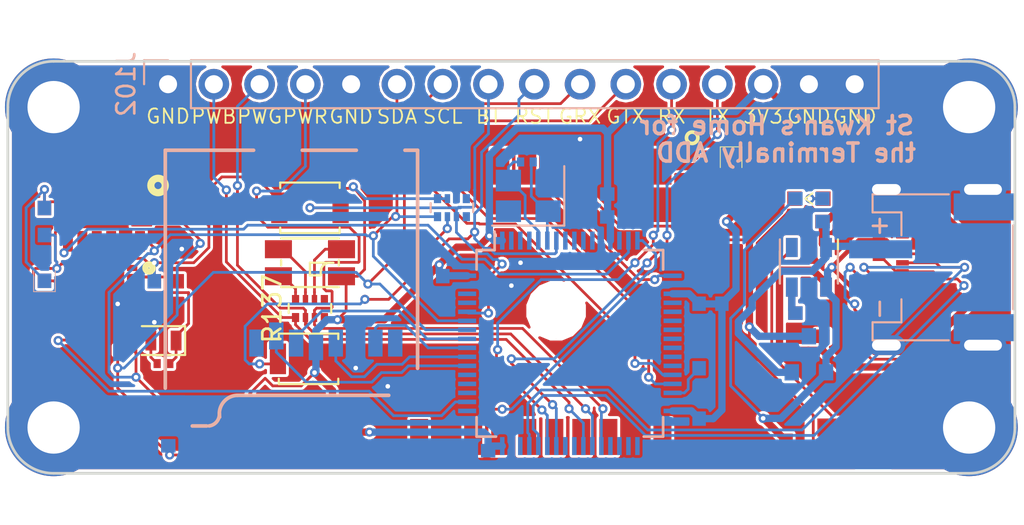
<source format=kicad_pcb>
(kicad_pcb (version 4) (host pcbnew 4.0.7-e2-6376~60~ubuntu17.10.1)
  (layers (0 F.Cu signal) (31 B.Cu signal) (34 B.Paste user) (35 F.Paste user) (36 B.SilkS user) (37 F.SilkS user) (38 B.Mask user) (39 F.Mask user) (44 Edge.Cuts user))
  (net 0 "")
  (net 1 GND)
  (net 2 /Sheet5A4D5668/VLIPO)
  (net 3 +3V3)
  (net 4 /BNO055/CAP)
  (net 5 /BNO055/XOUT32)
  (net 6 /BNO055/XIN32)
  (net 7 /GPS/VGPS)
  (net 8 /HighAcc/VS)
  (net 9 /Regulator/BYP)
  (net 10 /Sheet5A4D5668/STAT+)
  (net 11 /Sheet5A4D5668/STAT-)
  (net 12 /Sheet5A4D5668/PROG)
  (net 13 /Regulator/PWR_EN)
  (net 14 /GPS/ANT)
  (net 15 /GPS_RX)
  (net 16 /GPS_TX)
  (net 17 /SCL)
  (net 18 /SDA)
  (net 19 /XOUT)
  (net 20 /XIN)
  (net 21 /BOOT)
  (net 22 /RESET)
  (net 23 /M7_TX)
  (net 24 /M7_RX)
  (net 25 /BNO_INT)
  (net 26 /ADXL_INT)
  (net 27 /GPS_PPS)
  (net 28 /GPS_FIX)
  (net 29 /VCAP)
  (net 30 /PWMB)
  (net 31 /PWMG)
  (net 32 /PWMR)
  (net 33 /D-)
  (net 34 /D+)
  (net 35 /CS_uSD)
  (net 36 /MOSI)
  (net 37 /SCK)
  (net 38 /MISO)
  (net 39 /PWMB-)
  (net 40 /PWMG-)
  (net 41 /PWMR-)
  (net 42 /VBUS)
  (net 43 /VRAW)
  (net 44 /CC2)
  (net 45 /CC1)
  (module KwanSystems:BNO055 (layer F.Cu) (at 5.334 -9.144)
    (fp_text reference U201)
    (fp_text value BNO055)
    (pad 1 smd rect (at 1.5625 -2.25 270) (size 0.34 0.575) (layers F.Cu F.Paste F.Mask))
    (pad 2 smd rect (at 0.75 -2.3125 270) (size 0.475 0.34) (layers F.Cu F.Paste F.Mask) (net 1 GND))
    (pad 3 smd rect (at 0.25 -2.3125 270) (size 0.475 0.34) (layers F.Cu F.Paste F.Mask) (net 3 +3V3))
    (pad 4 smd rect (at -0.25 -2.3125 270) (size 0.475 0.34) (layers F.Cu F.Paste F.Mask) (net 3 +3V3))
    (pad 5 smd rect (at -0.75 -2.3125 270) (size 0.475 0.34) (layers F.Cu F.Paste F.Mask) (net 1 GND))
    (pad 6 smd rect (at -1.5625 -2.25 270) (size 0.34 0.575) (layers F.Cu F.Paste F.Mask) (net 1 GND))
    (pad 7 smd rect (at -1.5625 -1.75 270) (size 0.34 0.575) (layers F.Cu F.Paste F.Mask))
    (pad 8 smd rect (at -1.5625 -1.25 270) (size 0.34 0.575) (layers F.Cu F.Paste F.Mask))
    (pad 9 smd rect (at -1.5625 -0.75 270) (size 0.34 0.575) (layers F.Cu F.Paste F.Mask) (net 4 /BNO055/CAP))
    (pad 10 smd rect (at -1.5625 -0.25 270) (size 0.34 0.575) (layers F.Cu F.Paste F.Mask))
    (pad 11 smd rect (at -1.5625 0.25 270) (size 0.34 0.575) (layers F.Cu F.Paste F.Mask) (net 3 +3V3))
    (pad 12 smd rect (at -1.5625 0.75 270) (size 0.34 0.575) (layers F.Cu F.Paste F.Mask))
    (pad 13 smd rect (at -1.5625 1.25 270) (size 0.34 0.575) (layers F.Cu F.Paste F.Mask))
    (pad 14 smd rect (at -1.5625 1.75 270) (size 0.34 0.575) (layers F.Cu F.Paste F.Mask) (net 25 /BNO_INT))
    (pad 15 smd rect (at -1.5625 2.25 270) (size 0.34 0.575) (layers F.Cu F.Paste F.Mask) (net 1 GND))
    (pad 16 smd rect (at -0.75 2.3125 270) (size 0.475 0.34) (layers F.Cu F.Paste F.Mask) (net 1 GND))
    (pad 17 smd rect (at -0.25 2.3125 270) (size 0.475 0.34) (layers F.Cu F.Paste F.Mask) (net 1 GND))
    (pad 18 smd rect (at 0.25 2.3125 270) (size 0.475 0.34) (layers F.Cu F.Paste F.Mask) (net 1 GND))
    (pad 19 smd rect (at 0.75 2.3125 270) (size 0.475 0.34) (layers F.Cu F.Paste F.Mask) (net 17 /SCL))
    (pad 20 smd rect (at 1.5625 2.25 270) (size 0.34 0.575) (layers F.Cu F.Paste F.Mask) (net 18 /SDA))
    (pad 21 smd rect (at 1.5625 1.75 270) (size 0.34 0.575) (layers F.Cu F.Paste F.Mask))
    (pad 22 smd rect (at 1.5625 1.25 270) (size 0.34 0.575) (layers F.Cu F.Paste F.Mask))
    (pad 23 smd rect (at 1.5625 0.75 270) (size 0.34 0.575) (layers F.Cu F.Paste F.Mask))
    (pad 24 smd rect (at 1.5625 0.25 270) (size 0.34 0.575) (layers F.Cu F.Paste F.Mask))
    (pad 25 smd rect (at 1.5625 -0.25 270) (size 0.34 0.575) (layers F.Cu F.Paste F.Mask) (net 1 GND))
    (pad 26 smd rect (at 1.5625 -0.75 270) (size 0.34 0.575) (layers F.Cu F.Paste F.Mask) (net 5 /BNO055/XOUT32))
    (pad 27 smd rect (at 1.5625 -1.25 270) (size 0.34 0.575) (layers F.Cu F.Paste F.Mask) (net 6 /BNO055/XIN32))
    (pad 28 smd rect (at 1.5625 -1.75 270) (size 0.34 0.575) (layers F.Cu F.Paste F.Mask) (net 3 +3V3))
  )
  (module Crystals:Crystal_SMD_3225-4pin_3.2x2.5mm (layer B.Cu) (at 28.875038 -15.393142 180)
    (fp_text reference Y101 hide)
    (fp_text value 12MHz)
    (pad 1 smd rect (at -1.1 -0.85 180) (size 1.4 1.2) (layers B.Cu B.Paste B.Mask) (net 19 /XOUT))
    (pad 2 smd rect (at 1.1 -0.85 180) (size 1.4 1.2) (layers B.Cu B.Paste B.Mask))
    (pad 3 smd rect (at 1.1 0.85 180) (size 1.4 1.2) (layers B.Cu B.Paste B.Mask) (net 20 /XIN))
    (pad 4 smd rect (at -1.1 0.85 180) (size 1.4 1.2) (layers B.Cu B.Paste B.Mask) (net 1 GND))
  )
  (module KwanSystems:SPARKFUN_JST_POWER (layer B.Cu) (at 51.308 -11.43 270)
    (fp_text reference B601 hide)
    (fp_text value "JST 2mm" hide)
    (fp_text user + (at -2.3 3 270) (layer B.SilkS) (effects (justify mirror)))
    (fp_text user - (at 2.3 3 270) (layer B.SilkS) (effects (justify mirror)))
    (pad "" smd rect (at 3.35 -2.875 270) (size 1.5 3.4) (layers B.Cu B.Paste B.Mask))
    (pad "" smd rect (at -3.35 -2.875 270) (size 1.5 3.4) (layers B.Cu B.Paste B.Mask))
    (pad - smd rect (at 1 2.875 270) (size 1 3.5) (layers B.Cu B.Paste B.Mask) (net 1 GND))
    (pad + smd rect (at -1 2.875 270) (size 1 3.5) (layers B.Cu B.Paste B.Mask) (net 2 /Sheet5A4D5668/VLIPO))
  )
  (module KwanSystems:SMD_0603 (layer B.Cu) (at 32.512 -15.494)
    (fp_text reference C112)
    (fp_text value 1uF)
    (pad 1 smd rect (at -0.75 0) (size 0.8 0.75) (layers B.Cu B.Paste B.Mask) (net 1 GND))
    (pad 2 smd rect (at 0.75 0) (size 0.8 0.75) (layers B.Cu B.Paste B.Mask) (net 3 +3V3))
  )
  (module KwanSystems:SMD_0603 (layer B.Cu) (at 32.512 -14.224)
    (fp_text reference C113)
    (fp_text value 10nF)
    (pad 1 smd rect (at -0.75 0) (size 0.8 0.75) (layers B.Cu B.Paste B.Mask) (net 1 GND))
    (pad 2 smd rect (at 0.75 0) (size 0.8 0.75) (layers B.Cu B.Paste B.Mask) (net 3 +3V3))
  )
  (module KwanSystems:SMD_0603 (layer B.Cu) (at 39.624 -10.16 270)
    (fp_text reference C118)
    (fp_text value 4.7uF)
    (pad 1 smd rect (at -0.75 0 270) (size 0.8 0.75) (layers B.Cu B.Paste B.Mask) (net 1 GND))
    (pad 2 smd rect (at 0.75 0 270) (size 0.8 0.75) (layers B.Cu B.Paste B.Mask) (net 3 +3V3))
  )
  (module KwanSystems:SMD_0603 (layer B.Cu) (at 38.354 -10.16 270)
    (fp_text reference C119)
    (fp_text value 100nF)
    (pad 1 smd rect (at -0.75 0 270) (size 0.8 0.75) (layers B.Cu B.Paste B.Mask) (net 1 GND))
    (pad 2 smd rect (at 0.75 0 270) (size 0.8 0.75) (layers B.Cu B.Paste B.Mask) (net 3 +3V3))
  )
  (module KwanSystems:SMD_0603 (layer B.Cu) (at 38.357038 -6.579142 270)
    (fp_text reference C130)
    (fp_text value 4.7uF)
    (pad 1 smd rect (at -0.75 0 270) (size 0.8 0.75) (layers B.Cu B.Paste B.Mask) (net 1 GND))
    (pad 2 smd rect (at 0.75 0 270) (size 0.8 0.75) (layers B.Cu B.Paste B.Mask) (net 29 /VCAP))
  )
  (module KwanSystems:SMD_0603 (layer B.Cu) (at 38.357038 -3.785142 270)
    (fp_text reference C132)
    (fp_text value 100nF)
    (pad 1 smd rect (at -0.75 0 270) (size 0.8 0.75) (layers B.Cu B.Paste B.Mask) (net 1 GND))
    (pad 2 smd rect (at 0.75 0 270) (size 0.8 0.75) (layers B.Cu B.Paste B.Mask) (net 3 +3V3))
  )
  (module KwanSystems:SMD_0603 (layer B.Cu) (at 25.899038 -1.257142)
    (fp_text reference C148)
    (fp_text value 100nF)
    (pad 1 smd rect (at -0.75 0) (size 0.8 0.75) (layers B.Cu B.Paste B.Mask) (net 1 GND))
    (pad 2 smd rect (at 0.75 0) (size 0.8 0.75) (layers B.Cu B.Paste B.Mask) (net 3 +3V3))
  )
  (module KwanSystems:SMD_0603 (layer B.Cu) (at 24.133038 -10.193434 90)
    (fp_text reference C164)
    (fp_text value 100nF)
    (pad 1 smd rect (at -0.75 0 90) (size 0.8 0.75) (layers B.Cu B.Paste B.Mask) (net 1 GND))
    (pad 2 smd rect (at 0.75 0 90) (size 0.8 0.75) (layers B.Cu B.Paste B.Mask) (net 3 +3V3))
  )
  (module KwanSystems:SMD_0603 (layer F.Cu) (at 9.398 -9.906 90)
    (fp_text reference C203)
    (fp_text value 100nF)
    (pad 1 smd rect (at -0.75 0 90) (size 0.8 0.75) (layers F.Cu F.Paste F.Mask) (net 1 GND))
    (pad 2 smd rect (at 0.75 0 90) (size 0.8 0.75) (layers F.Cu F.Paste F.Mask) (net 3 +3V3))
  )
  (module KwanSystems:SMD_0603 (layer F.Cu) (at 2.032 -11.43 90)
    (fp_text reference C209)
    (fp_text value 100nF)
    (pad 1 smd rect (at -0.75 0 90) (size 0.8 0.75) (layers F.Cu F.Paste F.Mask) (net 4 /BNO055/CAP))
    (pad 2 smd rect (at 0.75 0 90) (size 0.8 0.75) (layers F.Cu F.Paste F.Mask) (net 1 GND))
  )
  (module KwanSystems:SMD_0603 (layer B.Cu) (at 8.128 -9.906 270)
    (fp_text reference C225)
    (fp_text value 120nF)
    (pad 1 smd rect (at -0.75 0 270) (size 0.8 0.75) (layers B.Cu B.Paste B.Mask) (net 3 +3V3))
    (pad 2 smd rect (at 0.75 0 270) (size 0.8 0.75) (layers B.Cu B.Paste B.Mask) (net 1 GND))
  )
  (module KwanSystems:R_Array_Convex_2x0402 (layer F.Cu) (at 8.636 -5.588 270)
    (fp_text reference C226)
    (fp_text value 22pF)
    (pad 4 smd rect (at 0.5 -0.35 270) (size 0.5 0.4) (layers F.Cu F.Paste F.Mask) (net 1 GND))
    (pad 3 smd rect (at 0.5 0.35 270) (size 0.5 0.4) (layers F.Cu F.Paste F.Mask) (net 1 GND))
    (pad 2 smd rect (at -0.5 0.35 270) (size 0.5 0.4) (layers F.Cu F.Paste F.Mask) (net 5 /BNO055/XOUT32))
    (pad 1 smd rect (at -0.5 -0.35 270) (size 0.5 0.4) (layers F.Cu F.Paste F.Mask) (net 6 /BNO055/XIN32))
  )
  (module KwanSystems:SMD_0603 (layer F.Cu) (at 8.128 -9.906 270)
    (fp_text reference C228)
    (fp_text value 6.8nF)
    (pad 1 smd rect (at -0.75 0 270) (size 0.8 0.75) (layers F.Cu F.Paste F.Mask) (net 3 +3V3))
    (pad 2 smd rect (at 0.75 0 270) (size 0.8 0.75) (layers F.Cu F.Paste F.Mask) (net 1 GND))
  )
  (module KwanSystems:SMD_0603 (layer F.Cu) (at 38.862 -16.764 90)
    (fp_text reference C301)
    (fp_text value 100nF)
    (pad 1 smd rect (at -0.75 0 90) (size 0.8 0.75) (layers F.Cu F.Paste F.Mask) (net 1 GND))
    (pad 2 smd rect (at 0.75 0 90) (size 0.8 0.75) (layers F.Cu F.Paste F.Mask) (net 7 /GPS/VGPS))
  )
  (module KwanSystems:R_Array_Convex_2x0402 (layer F.Cu) (at 11.522864 -1.717214)
    (fp_text reference C406)
    (fp_text value 100nF)
    (pad 4 smd rect (at 0.5 -0.35) (size 0.5 0.4) (layers F.Cu F.Paste F.Mask) (net 1 GND))
    (pad 3 smd rect (at 0.5 0.35) (size 0.5 0.4) (layers F.Cu F.Paste F.Mask) (net 1 GND))
    (pad 2 smd rect (at -0.5 0.35) (size 0.5 0.4) (layers F.Cu F.Paste F.Mask) (net 3 +3V3))
    (pad 1 smd rect (at -0.5 -0.35) (size 0.5 0.4) (layers F.Cu F.Paste F.Mask) (net 3 +3V3))
  )
  (module KwanSystems:SMD_0603 (layer F.Cu) (at 8.636 -13.97 270)
    (fp_text reference C501)
    (fp_text value 100nF)
    (pad 1 smd rect (at -0.75 0 270) (size 0.8 0.75) (layers F.Cu F.Paste F.Mask) (net 3 +3V3))
    (pad 2 smd rect (at 0.75 0 270) (size 0.8 0.75) (layers F.Cu F.Paste F.Mask) (net 1 GND))
  )
  (module KwanSystems:SMD_0603 (layer F.Cu) (at 2.032 -13.97 270)
    (fp_text reference C505)
    (fp_text value 100nF)
    (pad 1 smd rect (at -0.75 0 270) (size 0.8 0.75) (layers F.Cu F.Paste F.Mask) (net 8 /HighAcc/VS))
    (pad 2 smd rect (at 0.75 0 270) (size 0.8 0.75) (layers F.Cu F.Paste F.Mask) (net 1 GND))
  )
  (module KwanSystems:SMD_0603 (layer F.Cu) (at 43.18 -2.552 90)
    (fp_text reference C602)
    (fp_text value 4.7uF)
    (pad 1 smd rect (at -0.75 0 90) (size 0.8 0.75) (layers F.Cu F.Paste F.Mask) (net 42 /VBUS))
    (pad 2 smd rect (at 0.75 0 90) (size 0.8 0.75) (layers F.Cu F.Paste F.Mask) (net 1 GND))
  )
  (module KwanSystems:SMD_0603 (layer B.Cu) (at 44.462 -13.97 180)
    (fp_text reference C603)
    (fp_text value 4.7uF)
    (pad 1 smd rect (at -0.75 0 180) (size 0.8 0.75) (layers B.Cu B.Paste B.Mask) (net 2 /Sheet5A4D5668/VLIPO))
    (pad 2 smd rect (at 0.75 0 180) (size 0.8 0.75) (layers B.Cu B.Paste B.Mask) (net 1 GND))
  )
  (module KwanSystems:SMD_0603 (layer F.Cu) (at 44.45 -13.97 180)
    (fp_text reference C701)
    (fp_text value 1uF)
    (pad 1 smd rect (at -0.75 0 180) (size 0.8 0.75) (layers F.Cu F.Paste F.Mask) (net 43 /VRAW))
    (pad 2 smd rect (at 0.75 0 180) (size 0.8 0.75) (layers F.Cu F.Paste F.Mask) (net 1 GND))
  )
  (module KwanSystems:SMD_0603 (layer F.Cu) (at 44.45 -8.89)
    (fp_text reference C704)
    (fp_text value 100nF)
    (pad 1 smd rect (at -0.75 0) (size 0.8 0.75) (layers F.Cu F.Paste F.Mask) (net 9 /Regulator/BYP))
    (pad 2 smd rect (at 0.75 0) (size 0.8 0.75) (layers F.Cu F.Paste F.Mask) (net 1 GND))
  )
  (module KwanSystems:SMD_0603 (layer F.Cu) (at 44.45 -7.604 180)
    (fp_text reference C705)
    (fp_text value 4.7uF)
    (pad 1 smd rect (at -0.75 0 180) (size 0.8 0.75) (layers F.Cu F.Paste F.Mask) (net 3 +3V3))
    (pad 2 smd rect (at 0.75 0 180) (size 0.8 0.75) (layers F.Cu F.Paste F.Mask) (net 1 GND))
  )
  (module KwanSystems:D_0603 (layer F.Cu) (at 44.45 -15.24)
    (fp_text reference D601)
    (fp_text value YELLOW)
    (pad 2 smd rect (at 0.8 0 180) (size 0.8 0.8) (layers F.Cu F.Paste F.Mask) (net 10 /Sheet5A4D5668/STAT+))
    (pad 1 smd rect (at -0.8 0 180) (size 0.8 0.8) (layers F.Cu F.Paste F.Mask) (net 11 /Sheet5A4D5668/STAT-))
  )
  (module KwanSystems:SOT-23 (layer B.Cu) (at 44.45 -6.604 90)
    (fp_text reference D602 hide)
    (fp_text value DCC)
    (pad 1 smd rect (at -1 0.95 90) (size 0.9 0.8) (layers B.Cu B.Paste B.Mask) (net 42 /VBUS))
    (pad 2 smd rect (at -1 -0.95 90) (size 0.9 0.8) (layers B.Cu B.Paste B.Mask) (net 2 /Sheet5A4D5668/VLIPO))
    (pad 3 smd rect (at 1 0 90) (size 0.9 0.8) (layers B.Cu B.Paste B.Mask) (net 43 /VRAW))
  )
  (module KwanSystems:SMD_0805 (layer F.Cu) (at 41.91 -16.764 90)
    (fp_text reference L301)
    (fp_text value Ferrite)
    (pad 1 smd rect (at -1 0 90) (size 1 1.25) (layers F.Cu F.Paste F.Mask) (net 3 +3V3))
    (pad 2 smd rect (at 1 0 90) (size 1 1.25) (layers F.Cu F.Paste F.Mask) (net 7 /GPS/VGPS))
  )
  (module KwanSystems:SMD_0603 (layer B.Cu) (at 2.032 -13.97 90)
    (fp_text reference R506)
    (fp_text value 100)
    (pad 1 smd rect (at -0.75 0 90) (size 0.8 0.75) (layers B.Cu B.Paste B.Mask) (net 3 +3V3))
    (pad 2 smd rect (at 0.75 0 90) (size 0.8 0.75) (layers B.Cu B.Paste B.Mask) (net 8 /HighAcc/VS))
  )
  (module KwanSystems:SMD_0603 (layer B.Cu) (at 44.45 -8.89 180)
    (fp_text reference R601)
    (fp_text value 10k)
    (pad 1 smd rect (at -0.75 0 180) (size 0.8 0.75) (layers B.Cu B.Paste B.Mask) (net 1 GND))
    (pad 2 smd rect (at 0.75 0 180) (size 0.8 0.75) (layers B.Cu B.Paste B.Mask) (net 12 /Sheet5A4D5668/PROG))
  )
  (module KwanSystems:SMD_0603 (layer B.Cu) (at 44.45 -15.24)
    (fp_text reference R604)
    (fp_text value 1.5k)
    (pad 1 smd rect (at -0.75 0) (size 0.8 0.75) (layers B.Cu B.Paste B.Mask) (net 42 /VBUS))
    (pad 2 smd rect (at 0.75 0) (size 0.8 0.75) (layers B.Cu B.Paste B.Mask) (net 10 /Sheet5A4D5668/STAT+))
  )
  (module KwanSystems:FGPMMOPA6H (layer F.Cu) (at 29.572 -9.518 270)
    (fp_text reference U301)
    (fp_text value FGPMMOPA6H hide)
    (pad "" np_thru_hole circle (at 0.5 -0.85 270) (size 3 3) (drill 3) (layers *.Cu))
    (pad 20 smd rect (at 7.5 -6.75 90) (size 2 1) (layers F.Cu F.Paste F.Mask))
    (pad 19 smd rect (at 7.5 -5.25 90) (size 2 1) (layers F.Cu F.Paste F.Mask) (net 1 GND))
    (pad 18 smd rect (at 7.5 -3.75 90) (size 2 1) (layers F.Cu F.Paste F.Mask))
    (pad 17 smd rect (at 7.5 -2.25 90) (size 2 1) (layers F.Cu F.Paste F.Mask))
    (pad 16 smd rect (at 7.5 -0.75 90) (size 2 1) (layers F.Cu F.Paste F.Mask))
    (pad 15 smd rect (at 7.5 0.75 90) (size 2 1) (layers F.Cu F.Paste F.Mask))
    (pad 14 smd rect (at 7.5 2.25 90) (size 2 1) (layers F.Cu F.Paste F.Mask))
    (pad 13 smd rect (at 7.5 3.75 90) (size 2 1) (layers F.Cu F.Paste F.Mask) (net 27 /GPS_PPS))
    (pad 12 smd rect (at 7.5 5.25 90) (size 2 1) (layers F.Cu F.Paste F.Mask) (net 1 GND))
    (pad 11 smd rect (at 7.5 6.75 90) (size 2 1) (layers F.Cu F.Paste F.Mask) (net 14 /GPS/ANT))
    (pad 10 smd rect (at -7.5 6.75 270) (size 2 1) (layers F.Cu F.Paste F.Mask) (net 15 /GPS_RX))
    (pad 9 smd rect (at -7.5 5.25 270) (size 2 1) (layers F.Cu F.Paste F.Mask) (net 16 /GPS_TX))
    (pad 8 smd rect (at -7.5 3.75 270) (size 2 1) (layers F.Cu F.Paste F.Mask) (net 1 GND))
    (pad 7 smd rect (at -7.5 2.25 270) (size 2 1) (layers F.Cu F.Paste F.Mask))
    (pad 6 smd rect (at -7.5 0.75 270) (size 2 1) (layers F.Cu F.Paste F.Mask))
    (pad 5 smd rect (at -7.5 -0.75 270) (size 2 1) (layers F.Cu F.Paste F.Mask) (net 28 /GPS_FIX))
    (pad 4 smd rect (at -7.5 -2.25 270) (size 2 1) (layers F.Cu F.Paste F.Mask) (net 43 /VRAW))
    (pad 3 smd rect (at -7.5 -3.75 270) (size 2 1) (layers F.Cu F.Paste F.Mask) (net 1 GND))
    (pad 2 smd rect (at -7.5 -5.25 270) (size 2 1) (layers F.Cu F.Paste F.Mask))
    (pad 1 smd rect (at -7.5 -6.75 270) (size 2 1) (layers F.Cu F.Paste F.Mask) (net 7 /GPS/VGPS))
  )
  (module KwanSystems:BME280 (layer F.Cu) (at 8.950483 -1.992214 180)
    (fp_text reference U401)
    (fp_text value BME280)
    (pad 2 smd rect (at 1.025 -0.325 180) (size 0.5 0.35) (layers F.Cu F.Paste F.Mask) (net 3 +3V3))
    (pad 8 smd rect (at -1.025 -0.975 180) (size 0.5 0.35) (layers F.Cu F.Paste F.Mask) (net 3 +3V3))
    (pad 3 smd rect (at 1.025 0.325 180) (size 0.5 0.35) (layers F.Cu F.Paste F.Mask) (net 18 /SDA))
    (pad 1 smd rect (at 1.025 -0.975 180) (size 0.5 0.35) (layers F.Cu F.Paste F.Mask) (net 1 GND))
    (pad 4 smd rect (at 1.025 0.975 180) (size 0.5 0.35) (layers F.Cu F.Paste F.Mask) (net 17 /SCL))
    (pad 5 smd rect (at -1.025 0.975 180) (size 0.5 0.35) (layers F.Cu F.Paste F.Mask) (net 1 GND))
    (pad 7 smd rect (at -1.025 -0.325 180) (size 0.5 0.35) (layers F.Cu F.Paste F.Mask) (net 1 GND))
    (pad 6 smd rect (at -1.025 0.325 180) (size 0.5 0.35) (layers F.Cu F.Paste F.Mask) (net 3 +3V3))
  )
  (module KwanSystems:ADXL375 (layer F.Cu) (at 5.334 -13.97)
    (fp_text reference U501)
    (fp_text value ADXL375)
    (pad 13 smd rect (at 2 1.0975 270) (size 1.145 0.55) (layers F.Cu F.Paste F.Mask) (net 18 /SDA))
    (pad 12 smd rect (at 1.2 1.0975 270) (size 1.145 0.55) (layers F.Cu F.Paste F.Mask) (net 1 GND))
    (pad 10 smd rect (at -0.4 1.0975 270) (size 1.145 0.55) (layers F.Cu F.Paste F.Mask))
    (pad 11 smd rect (at 0.4 1.0975 270) (size 1.145 0.55) (layers F.Cu F.Paste F.Mask))
    (pad 9 smd rect (at -1.2 1.0975 270) (size 1.145 0.55) (layers F.Cu F.Paste F.Mask))
    (pad 8 smd rect (at -2 1.0975 270) (size 1.145 0.55) (layers F.Cu F.Paste F.Mask) (net 26 /ADXL_INT))
    (pad 1 smd rect (at 2 -1.0975 270) (size 1.145 0.55) (layers F.Cu F.Paste F.Mask) (net 3 +3V3))
    (pad 2 smd rect (at 1.2 -1.0975 270) (size 1.145 0.55) (layers F.Cu F.Paste F.Mask) (net 1 GND))
    (pad 3 smd rect (at 0.4 -1.0975 270) (size 1.145 0.55) (layers F.Cu F.Paste F.Mask))
    (pad 4 smd rect (at -0.4 -1.0975 270) (size 1.145 0.55) (layers F.Cu F.Paste F.Mask) (net 1 GND))
    (pad 5 smd rect (at -1.2 -1.0975 270) (size 1.145 0.55) (layers F.Cu F.Paste F.Mask) (net 1 GND))
    (pad 6 smd rect (at -2 -1.0975 270) (size 1.145 0.55) (layers F.Cu F.Paste F.Mask) (net 8 /HighAcc/VS))
    (pad 7 smd rect (at -2.0975 0) (size 1.145 0.55) (layers F.Cu F.Paste F.Mask) (net 3 +3V3))
    (pad 14 smd rect (at 2.0975 0) (size 1.145 0.55) (layers F.Cu F.Paste F.Mask) (net 17 /SCL))
  )
  (module TO_SOT_Packages_SMD:SOT-23-5 (layer B.Cu) (at 44.45 -11.43 270)
    (fp_text reference U601 hide)
    (fp_text value MCP73831 hide)
    (pad 1 smd rect (at -1.1 0.95 270) (size 1.06 0.65) (layers B.Cu B.Paste B.Mask) (net 11 /Sheet5A4D5668/STAT-))
    (pad 2 smd rect (at -1.1 0 270) (size 1.06 0.65) (layers B.Cu B.Paste B.Mask) (net 1 GND))
    (pad 3 smd rect (at -1.1 -0.95 270) (size 1.06 0.65) (layers B.Cu B.Paste B.Mask) (net 2 /Sheet5A4D5668/VLIPO))
    (pad 4 smd rect (at 1.1 -0.95 270) (size 1.06 0.65) (layers B.Cu B.Paste B.Mask) (net 42 /VBUS))
    (pad 5 smd rect (at 1.1 0.95 270) (size 1.06 0.65) (layers B.Cu B.Paste B.Mask) (net 12 /Sheet5A4D5668/PROG))
  )
  (module TO_SOT_Packages_SMD:SOT-23-5 (layer F.Cu) (at 44.45 -11.43 270)
    (fp_text reference U701 hide)
    (fp_text value 3.3V)
    (pad 1 smd rect (at -1.1 -0.95 270) (size 1.06 0.65) (layers F.Cu F.Paste F.Mask) (net 43 /VRAW))
    (pad 2 smd rect (at -1.1 0 270) (size 1.06 0.65) (layers F.Cu F.Paste F.Mask) (net 1 GND))
    (pad 3 smd rect (at -1.1 0.95 270) (size 1.06 0.65) (layers F.Cu F.Paste F.Mask) (net 13 /Regulator/PWR_EN))
    (pad 4 smd rect (at 1.1 0.95 270) (size 1.06 0.65) (layers F.Cu F.Paste F.Mask) (net 9 /Regulator/BYP))
    (pad 5 smd rect (at 1.1 -0.95 270) (size 1.06 0.65) (layers F.Cu F.Paste F.Mask) (net 3 +3V3))
  )
  (module Crystals:Crystal_SMD_2012-2pin_2.0x1.2mm (layer F.Cu) (at 8.636 -7.366 180)
    (fp_text reference Y201 hide)
    (fp_text value 32kiHz)
    (pad 1 smd rect (at -0.7 0 180) (size 0.6 1.1) (layers F.Cu F.Paste F.Mask) (net 6 /BNO055/XIN32))
    (pad 2 smd rect (at 0.7 0 180) (size 0.6 1.1) (layers F.Cu F.Paste F.Mask) (net 5 /BNO055/XOUT32))
  )
  (module KwanSystems:SMD_0603_pol (layer B.Cu) (at 2.032 -11.43 90)
    (fp_text reference C506)
    (fp_text value 10uF)
    (pad 1 smd rect (at -0.75 0 90) (size 0.8 0.75) (layers B.Cu B.Paste B.Mask) (net 8 /HighAcc/VS))
    (pad 2 smd rect (at 0.75 0 90) (size 0.8 0.75) (layers B.Cu B.Paste B.Mask) (net 1 GND))
  )
  (module KwanSystems:SMD_0603 (layer B.Cu) (at 9.652 -1.524)
    (fp_text reference C801)
    (fp_text value 100nF)
    (pad 1 smd rect (at -0.75 0) (size 0.8 0.75) (layers B.Cu B.Paste B.Mask) (net 3 +3V3))
    (pad 2 smd rect (at 0.75 0) (size 0.8 0.75) (layers B.Cu B.Paste B.Mask) (net 1 GND))
  )
  (module KwanSystems:MICROSD-SOCKET-PP (layer B.Cu) (at 22.736 -17.926)
    (fp_text reference J801)
    (fp_text value Micro_SD_Card_Det_Hirose_DM3AT hide)
    (pad 10 smd rect (at -7.75 0.4) (size 1.8 1.4) (layers B.Cu B.Paste B.Mask) (net 1 GND))
    (pad 10 smd rect (at -2.05 0.4) (size 1.8 1.4) (layers B.Cu B.Paste B.Mask) (net 1 GND))
    (pad 9 smd rect (at -0.45 13.55) (size 1.4 1.9) (layers B.Cu B.Paste B.Mask) (net 1 GND))
    (pad 9 smd rect (at -13.6 14.55) (size 1.4 1.9) (layers B.Cu B.Paste B.Mask) (net 1 GND))
    (pad 1 smd rect (at -8.94 10.7) (size 0.8 1.5) (layers B.Cu B.Paste B.Mask))
    (pad 2 smd rect (at -7.84 10.3) (size 0.8 1.5) (layers B.Cu B.Paste B.Mask) (net 35 /CS_uSD))
    (pad 3 smd rect (at -6.74 10.7) (size 0.8 1.5) (layers B.Cu B.Paste B.Mask) (net 36 /MOSI))
    (pad 4 smd rect (at -5.64 10.9) (size 0.8 1.5) (layers B.Cu B.Paste B.Mask) (net 3 +3V3))
    (pad 5 smd rect (at -4.54 10.7) (size 0.8 1.5) (layers B.Cu B.Paste B.Mask) (net 37 /SCK))
    (pad 6 smd rect (at -3.44 10.9) (size 0.8 1.5) (layers B.Cu B.Paste B.Mask) (net 1 GND))
    (pad 7 smd rect (at -2.34 10.7) (size 0.8 1.5) (layers B.Cu B.Paste B.Mask) (net 38 /MISO))
    (pad 8 smd rect (at -1.24 10.7) (size 0.8 1.5) (layers B.Cu B.Paste B.Mask))
  )
  (module KwanSystems:R_Array_Convex_2x0402 (layer B.Cu) (at 28.801038 -17.775142 90)
    (fp_text reference C105)
    (fp_text value 22pF)
    (pad 4 smd rect (at 0.5 0.35 90) (size 0.5 0.4) (layers B.Cu B.Paste B.Mask) (net 1 GND))
    (pad 3 smd rect (at 0.5 -0.35 90) (size 0.5 0.4) (layers B.Cu B.Paste B.Mask) (net 1 GND))
    (pad 2 smd rect (at -0.5 -0.35 90) (size 0.5 0.4) (layers B.Cu B.Paste B.Mask) (net 20 /XIN))
    (pad 1 smd rect (at -0.5 0.35 90) (size 0.5 0.4) (layers B.Cu B.Paste B.Mask) (net 19 /XOUT))
  )
  (module KwanSystems:R_Array_Convex_4x0402 (layer B.Cu) (at 24.642 -14.74 90)
    (fp_text reference R107 hide)
    (fp_text value 10k)
    (pad 1 smd rect (at -0.5 0.8 90) (size 0.5 0.4) (layers B.Cu B.Paste B.Mask))
    (pad 3 smd rect (at -0.5 -0.25 90) (size 0.5 0.3) (layers B.Cu B.Paste B.Mask) (net 17 /SCL))
    (pad 2 smd rect (at -0.5 0.25 90) (size 0.5 0.3) (layers B.Cu B.Paste B.Mask) (net 21 /BOOT))
    (pad 4 smd rect (at -0.5 -0.8 90) (size 0.5 0.4) (layers B.Cu B.Paste B.Mask) (net 18 /SDA))
    (pad 7 smd rect (at 0.5 0.25 90) (size 0.5 0.3) (layers B.Cu B.Paste B.Mask) (net 1 GND))
    (pad 8 smd rect (at 0.5 0.8 90) (size 0.5 0.4) (layers B.Cu B.Paste B.Mask))
    (pad 6 smd rect (at 0.5 -0.25 90) (size 0.5 0.3) (layers B.Cu B.Paste B.Mask) (net 3 +3V3))
    (pad 5 smd rect (at 0.5 -0.8 90) (size 0.5 0.4) (layers B.Cu B.Paste B.Mask) (net 3 +3V3))
  )
  (module KwanSystems:SW_SPST_B3U-1000P (layer F.Cu) (at 16.686 -6.35)
    (fp_text reference S107)
    (fp_text value SW_SPST)
    (pad 1 smd rect (at -1.7 0) (size 0.9 1.7) (layers F.Cu F.Paste F.Mask) (net 22 /RESET))
    (pad 2 smd rect (at 1.7 0) (size 0.9 1.7) (layers F.Cu F.Paste F.Mask) (net 1 GND))
  )
  (module KwanSystems:SW_SPST_B3U-1000P (layer F.Cu) (at 16.764 -14.732)
    (fp_text reference S160)
    (fp_text value SW_SPST)
    (pad 1 smd rect (at -1.7 0) (size 0.9 1.7) (layers F.Cu F.Paste F.Mask) (net 3 +3V3))
    (pad 2 smd rect (at 1.7 0) (size 0.9 1.7) (layers F.Cu F.Paste F.Mask) (net 21 /BOOT))
  )
  (module KwanSystems:HSMF-C118 (layer F.Cu) (at 16.764 -11.684)
    (fp_text reference D137)
    (fp_text value HSMF-C118 hide)
    (pad 4 smd rect (at -1.75 0.75) (size 1.5 1) (layers F.Cu F.Paste F.Mask) (net 39 /PWMB-))
    (pad 3 smd rect (at -1.75 -0.75) (size 1.5 1) (layers F.Cu F.Paste F.Mask) (net 40 /PWMG-))
    (pad 2 smd rect (at 1.75 -0.75) (size 1.5 1) (layers F.Cu F.Paste F.Mask) (net 41 /PWMR-))
    (pad 1 smd rect (at 1.75 0.75) (size 1.5 1) (layers F.Cu F.Paste F.Mask) (net 3 +3V3))
  )
  (module Housings_QFP:LQFP-64_10x10mm_Pitch0.5mm (layer B.Cu) (at 31.185038 -7.211142 270)
    (fp_text reference U101 hide)
    (fp_text value STM32F722 hide)
    (pad 1 smd rect (at -5.7 3.75 270) (size 1 0.25) (layers B.Cu B.Paste B.Mask) (net 3 +3V3))
    (pad 2 smd rect (at -5.7 3.25 270) (size 1 0.25) (layers B.Cu B.Paste B.Mask))
    (pad 3 smd rect (at -5.7 2.75 270) (size 1 0.25) (layers B.Cu B.Paste B.Mask))
    (pad 4 smd rect (at -5.7 2.25 270) (size 1 0.25) (layers B.Cu B.Paste B.Mask))
    (pad 5 smd rect (at -5.7 1.75 270) (size 1 0.25) (layers B.Cu B.Paste B.Mask) (net 20 /XIN))
    (pad 6 smd rect (at -5.7 1.25 270) (size 1 0.25) (layers B.Cu B.Paste B.Mask) (net 19 /XOUT))
    (pad 7 smd rect (at -5.7 0.75 270) (size 1 0.25) (layers B.Cu B.Paste B.Mask) (net 22 /RESET))
    (pad 8 smd rect (at -5.7 0.25 270) (size 1 0.25) (layers B.Cu B.Paste B.Mask))
    (pad 9 smd rect (at -5.7 -0.25 270) (size 1 0.25) (layers B.Cu B.Paste B.Mask))
    (pad 10 smd rect (at -5.7 -0.75 270) (size 1 0.25) (layers B.Cu B.Paste B.Mask))
    (pad 11 smd rect (at -5.7 -1.25 270) (size 1 0.25) (layers B.Cu B.Paste B.Mask))
    (pad 12 smd rect (at -5.7 -1.75 270) (size 1 0.25) (layers B.Cu B.Paste B.Mask) (net 1 GND))
    (pad 13 smd rect (at -5.7 -2.25 270) (size 1 0.25) (layers B.Cu B.Paste B.Mask) (net 3 +3V3))
    (pad 14 smd rect (at -5.7 -2.75 270) (size 1 0.25) (layers B.Cu B.Paste B.Mask))
    (pad 15 smd rect (at -5.7 -3.25 270) (size 1 0.25) (layers B.Cu B.Paste B.Mask) (net 26 /ADXL_INT))
    (pad 16 smd rect (at -5.7 -3.75 270) (size 1 0.25) (layers B.Cu B.Paste B.Mask) (net 27 /GPS_PPS))
    (pad 17 smd rect (at -3.75 -5.7 180) (size 1 0.25) (layers B.Cu B.Paste B.Mask) (net 28 /GPS_FIX))
    (pad 18 smd rect (at -3.25 -5.7 180) (size 1 0.25) (layers B.Cu B.Paste B.Mask) (net 1 GND))
    (pad 19 smd rect (at -2.75 -5.7 180) (size 1 0.25) (layers B.Cu B.Paste B.Mask) (net 3 +3V3))
    (pad 20 smd rect (at -2.25 -5.7 180) (size 1 0.25) (layers B.Cu B.Paste B.Mask))
    (pad 21 smd rect (at -1.75 -5.7 180) (size 1 0.25) (layers B.Cu B.Paste B.Mask))
    (pad 22 smd rect (at -1.25 -5.7 180) (size 1 0.25) (layers B.Cu B.Paste B.Mask))
    (pad 23 smd rect (at -0.75 -5.7 180) (size 1 0.25) (layers B.Cu B.Paste B.Mask))
    (pad 24 smd rect (at -0.25 -5.7 180) (size 1 0.25) (layers B.Cu B.Paste B.Mask))
    (pad 25 smd rect (at 0.25 -5.7 180) (size 1 0.25) (layers B.Cu B.Paste B.Mask))
    (pad 26 smd rect (at 0.75 -5.7 180) (size 1 0.25) (layers B.Cu B.Paste B.Mask))
    (pad 27 smd rect (at 1.25 -5.7 180) (size 1 0.25) (layers B.Cu B.Paste B.Mask))
    (pad 28 smd rect (at 1.75 -5.7 180) (size 1 0.25) (layers B.Cu B.Paste B.Mask) (net 15 /GPS_RX))
    (pad 29 smd rect (at 2.25 -5.7 180) (size 1 0.25) (layers B.Cu B.Paste B.Mask) (net 16 /GPS_TX))
    (pad 30 smd rect (at 2.75 -5.7 180) (size 1 0.25) (layers B.Cu B.Paste B.Mask) (net 29 /VCAP))
    (pad 31 smd rect (at 3.25 -5.7 180) (size 1 0.25) (layers B.Cu B.Paste B.Mask) (net 1 GND))
    (pad 32 smd rect (at 3.75 -5.7 180) (size 1 0.25) (layers B.Cu B.Paste B.Mask) (net 3 +3V3))
    (pad 33 smd rect (at 5.7 -3.75 270) (size 1 0.25) (layers B.Cu B.Paste B.Mask))
    (pad 34 smd rect (at 5.7 -3.25 270) (size 1 0.25) (layers B.Cu B.Paste B.Mask))
    (pad 35 smd rect (at 5.7 -2.75 270) (size 1 0.25) (layers B.Cu B.Paste B.Mask))
    (pad 36 smd rect (at 5.7 -2.25 270) (size 1 0.25) (layers B.Cu B.Paste B.Mask))
    (pad 37 smd rect (at 5.7 -1.75 270) (size 1 0.25) (layers B.Cu B.Paste B.Mask) (net 32 /PWMR))
    (pad 38 smd rect (at 5.7 -1.25 270) (size 1 0.25) (layers B.Cu B.Paste B.Mask) (net 31 /PWMG))
    (pad 39 smd rect (at 5.7 -0.75 270) (size 1 0.25) (layers B.Cu B.Paste B.Mask) (net 30 /PWMB))
    (pad 40 smd rect (at 5.7 -0.25 270) (size 1 0.25) (layers B.Cu B.Paste B.Mask))
    (pad 41 smd rect (at 5.7 0.25 270) (size 1 0.25) (layers B.Cu B.Paste B.Mask))
    (pad 42 smd rect (at 5.7 0.75 270) (size 1 0.25) (layers B.Cu B.Paste B.Mask) (net 23 /M7_TX))
    (pad 43 smd rect (at 5.7 1.25 270) (size 1 0.25) (layers B.Cu B.Paste B.Mask) (net 24 /M7_RX))
    (pad 44 smd rect (at 5.7 1.75 270) (size 1 0.25) (layers B.Cu B.Paste B.Mask) (net 33 /D-))
    (pad 45 smd rect (at 5.7 2.25 270) (size 1 0.25) (layers B.Cu B.Paste B.Mask) (net 34 /D+))
    (pad 46 smd rect (at 5.7 2.75 270) (size 1 0.25) (layers B.Cu B.Paste B.Mask))
    (pad 47 smd rect (at 5.7 3.25 270) (size 1 0.25) (layers B.Cu B.Paste B.Mask) (net 1 GND))
    (pad 48 smd rect (at 5.7 3.75 270) (size 1 0.25) (layers B.Cu B.Paste B.Mask) (net 3 +3V3))
    (pad 49 smd rect (at 3.75 5.7 180) (size 1 0.25) (layers B.Cu B.Paste B.Mask))
    (pad 50 smd rect (at 3.25 5.7 180) (size 1 0.25) (layers B.Cu B.Paste B.Mask) (net 25 /BNO_INT))
    (pad 51 smd rect (at 2.75 5.7 180) (size 1 0.25) (layers B.Cu B.Paste B.Mask))
    (pad 52 smd rect (at 2.25 5.7 180) (size 1 0.25) (layers B.Cu B.Paste B.Mask))
    (pad 53 smd rect (at 1.75 5.7 180) (size 1 0.25) (layers B.Cu B.Paste B.Mask))
    (pad 54 smd rect (at 1.25 5.7 180) (size 1 0.25) (layers B.Cu B.Paste B.Mask) (net 35 /CS_uSD))
    (pad 55 smd rect (at 0.75 5.7 180) (size 1 0.25) (layers B.Cu B.Paste B.Mask) (net 37 /SCK))
    (pad 56 smd rect (at 0.25 5.7 180) (size 1 0.25) (layers B.Cu B.Paste B.Mask) (net 38 /MISO))
    (pad 57 smd rect (at -0.25 5.7 180) (size 1 0.25) (layers B.Cu B.Paste B.Mask) (net 36 /MOSI))
    (pad 58 smd rect (at -0.75 5.7 180) (size 1 0.25) (layers B.Cu B.Paste B.Mask) (net 17 /SCL))
    (pad 59 smd rect (at -1.25 5.7 180) (size 1 0.25) (layers B.Cu B.Paste B.Mask) (net 18 /SDA))
    (pad 60 smd rect (at -1.75 5.7 180) (size 1 0.25) (layers B.Cu B.Paste B.Mask) (net 21 /BOOT))
    (pad 61 smd rect (at -2.25 5.7 180) (size 1 0.25) (layers B.Cu B.Paste B.Mask))
    (pad 62 smd rect (at -2.75 5.7 180) (size 1 0.25) (layers B.Cu B.Paste B.Mask))
    (pad 63 smd rect (at -3.25 5.7 180) (size 1 0.25) (layers B.Cu B.Paste B.Mask) (net 1 GND))
    (pad 64 smd rect (at -3.75 5.7 180) (size 1 0.25) (layers B.Cu B.Paste B.Mask) (net 3 +3V3))
  )
  (module KwanSystems:R_Array_Convex_4x0402 (layer F.Cu) (at 16.764 -9.144 90)
    (fp_text reference R137 (at 0 -2.1 90) (layer F.SilkS))
    (fp_text value 68)
    (pad 1 smd rect (at -0.5 -0.8 90) (size 0.5 0.4) (layers F.Cu F.Paste F.Mask) (net 30 /PWMB))
    (pad 3 smd rect (at -0.5 0.25 90) (size 0.5 0.3) (layers F.Cu F.Paste F.Mask) (net 32 /PWMR))
    (pad 2 smd rect (at -0.5 -0.25 90) (size 0.5 0.3) (layers F.Cu F.Paste F.Mask) (net 31 /PWMG))
    (pad 4 smd rect (at -0.5 0.8 90) (size 0.5 0.4) (layers F.Cu F.Paste F.Mask))
    (pad 7 smd rect (at 0.5 -0.25 90) (size 0.5 0.3) (layers F.Cu F.Paste F.Mask) (net 40 /PWMG-))
    (pad 8 smd rect (at 0.5 -0.8 90) (size 0.5 0.4) (layers F.Cu F.Paste F.Mask) (net 39 /PWMB-))
    (pad 6 smd rect (at 0.5 0.25 90) (size 0.5 0.3) (layers F.Cu F.Paste F.Mask) (net 41 /PWMR-))
    (pad 5 smd rect (at 0.5 0.8 90) (size 0.5 0.4) (layers F.Cu F.Paste F.Mask))
  )
  (module KwanSystems:MountingHole_2.9mm_M2.5_Pad (layer F.Cu) (at 2.54 -2.54)
    (fp_text reference J103 hide)
    (fp_text value STANDOFF_GND hide)
    (pad 1 thru_hole circle (at 0 0) (size 5.4 5.4) (drill 2.9) (layers *.Cu *.Mask) (net 1 GND))
  )
  (module KwanSystems:MountingHole_2.9mm_M2.5_Pad (layer F.Cu) (at 2.54 -20.32)
    (fp_text reference J104 hide)
    (fp_text value STANDOFF_GND hide)
    (pad 1 thru_hole circle (at 0 0) (size 5.4 5.4) (drill 2.9) (layers *.Cu *.Mask) (net 1 GND))
  )
  (module KwanSystems:MountingHole_2.9mm_M2.5_Pad (layer F.Cu) (at 53.34 -20.32)
    (fp_text reference J105 hide)
    (fp_text value STANDOFF_GND hide)
    (pad 1 thru_hole circle (at 0 0) (size 5.4 5.4) (drill 2.9) (layers *.Cu *.Mask) (net 1 GND))
  )
  (module KwanSystems:MountingHole_2.9mm_M2.5_Pad (layer F.Cu) (at 53.34 -2.54)
    (fp_text reference J106 hide)
    (fp_text value STANDOFF_GND hide)
    (pad 1 thru_hole circle (at 0 0) (size 5.4 5.4) (drill 2.9) (layers *.Cu *.Mask) (net 1 GND))
  )
  (module KwanSystems:SW_SPST_CJS120xA (layer F.Cu) (at 46.87 -2.54 90)
    (fp_text reference S701)
    (fp_text value SPDT hide)
    (pad 1 smd rect (at -1.75 1.15 90) (size 1 1.6) (layers F.Cu F.Paste F.Mask) (net 43 /VRAW))
    (pad 2 smd rect (at 0 -1.15 90) (size 1 1.6) (layers F.Cu F.Paste F.Mask) (net 13 /Regulator/PWR_EN))
    (pad 3 smd rect (at 1.75 1.15 90) (size 1 1.6) (layers F.Cu F.Paste F.Mask) (net 1 GND))
  )
  (module KwanSystems:StKwans (layer F.Cu) (at 26.924 -17.78)
    (fp_text reference REF** hide)
    (fp_text value StKwans hide)
    (fp_text user "St Kwan's Home for" (at 15.748 -1.524) (layer B.SilkS) (effects (font (thickness 0.2)) (justify mirror)))
    (fp_text user "the Terminally ADD" (at 16.256 0) (layer B.SilkS) (effects (font (thickness 0.2)) (justify mirror)))
  )
  (module KwanSystems:MolexUSBTypeC2 (layer F.Cu) (at 55.88 -11.43 90)
    (fp_text reference J101 hide)
    (fp_text value USB_C2 hide)
    (pad 2 smd rect (at 0.5 -7.54 90) (size 0.3 0.7) (layers F.Cu F.Paste F.Mask) (net 33 /D-))
    (pad 5 smd rect (at 3.1 -6.24 90) (size 1 0.7) (layers F.Cu F.Paste F.Mask) (net 1 GND))
    (pad 3 smd rect (at 0.25 -6.24 90) (size 0.3 0.7) (layers F.Cu F.Paste F.Mask) (net 34 /D+))
    (pad 6 thru_hole oval (at 4.32 -1.77 90) (size 1.1 2.6) (drill oval 0.6 2.1) (layers *.Cu *.Mask) (net 1 GND))
    (pad 6 thru_hole oval (at -4.32 -1.77 90) (size 1.1 2.6) (drill oval 0.6 2.1) (layers *.Cu *.Mask) (net 1 GND))
    (pad 6 thru_hole oval (at 4.32 -7.13 90) (size 1.1 2.1) (drill oval 0.6 1.6) (layers *.Cu *.Mask) (net 1 GND))
    (pad 4 smd rect (at 0.75 -6.24 90) (size 0.3 0.7) (layers F.Cu F.Paste F.Mask) (net 44 /CC2))
    (pad "" smd rect (at 1.75 -6.24 90) (size 0.3 0.7) (layers F.Cu F.Paste F.Mask))
    (pad 1 smd rect (at 1.25 -6.24 90) (size 0.3 0.7) (layers F.Cu F.Paste F.Mask) (net 42 /VBUS))
    (pad "" smd rect (at 2.25 -6.24 90) (size 0.3 0.7) (layers F.Cu F.Paste F.Mask))
    (pad "" smd rect (at -2.25 -6.24 90) (size 0.3 0.7) (layers F.Cu F.Paste F.Mask))
    (pad 1 smd rect (at -1.25 -6.24 90) (size 0.3 0.7) (layers F.Cu F.Paste F.Mask) (net 42 /VBUS))
    (pad "" smd rect (at -1.75 -6.24 90) (size 0.3 0.7) (layers F.Cu F.Paste F.Mask))
    (pad "" smd rect (at -0.75 -6.24 90) (size 0.3 0.7) (layers F.Cu F.Paste F.Mask))
    (pad 2 smd rect (at -0.25 -6.24 90) (size 0.3 0.7) (layers F.Cu F.Paste F.Mask) (net 33 /D-))
    (pad 5 smd rect (at -3.1 -6.24 90) (size 1 0.7) (layers F.Cu F.Paste F.Mask) (net 1 GND))
    (pad 6 thru_hole oval (at -4.32 -7.13 90) (size 1.1 2.1) (drill oval 0.6 1.6) (layers *.Cu *.Mask) (net 1 GND))
    (pad "" smd rect (at 1 -7.54 90) (size 0.3 0.7) (layers F.Cu F.Paste F.Mask))
    (pad 1 smd rect (at 1.5 -7.54 90) (size 0.3 0.7) (layers F.Cu F.Paste F.Mask) (net 42 /VBUS))
    (pad "" smd rect (at 2 -7.54 90) (size 0.3 0.7) (layers F.Cu F.Paste F.Mask))
    (pad "" smd rect (at 2.5 -7.54 90) (size 0.3 0.7) (layers F.Cu F.Paste F.Mask))
    (pad 5 smd rect (at 3 -7.54 90) (size 0.3 0.7) (layers F.Cu F.Paste F.Mask) (net 1 GND))
    (pad "" smd rect (at -2.5 -7.54 90) (size 0.3 0.7) (layers F.Cu F.Paste F.Mask))
    (pad "" smd rect (at -2 -7.54 90) (size 0.3 0.7) (layers F.Cu F.Paste F.Mask))
    (pad 1 smd rect (at -1.5 -7.54 90) (size 0.3 0.7) (layers F.Cu F.Paste F.Mask) (net 42 /VBUS))
    (pad 5 smd rect (at -3 -7.54 90) (size 0.3 0.7) (layers F.Cu F.Paste F.Mask) (net 1 GND))
    (pad 7 smd rect (at -1 -7.54 90) (size 0.3 0.7) (layers F.Cu F.Paste F.Mask) (net 45 /CC1))
    (pad 3 smd rect (at -0.5 -7.54 90) (size 0.3 0.7) (layers F.Cu F.Paste F.Mask) (net 34 /D+))
  )
  (module KwanSystems:R_Array_Convex_2x0402 (layer F.Cu) (at 46.998 -8.224 180)
    (fp_text reference R174)
    (fp_text value 5.1k)
    (pad 4 smd rect (at 0.5 -0.35 180) (size 0.5 0.4) (layers F.Cu F.Paste F.Mask) (net 1 GND))
    (pad 3 smd rect (at 0.5 0.35 180) (size 0.5 0.4) (layers F.Cu F.Paste F.Mask) (net 1 GND))
    (pad 2 smd rect (at -0.5 0.35 180) (size 0.5 0.4) (layers F.Cu F.Paste F.Mask) (net 45 /CC1))
    (pad 1 smd rect (at -0.5 -0.35 180) (size 0.5 0.4) (layers F.Cu F.Paste F.Mask) (net 44 /CC2))
  )
  (module Pin_Headers:Pin_Header_Straight_1x16_Pitch2.54mm (layer B.Cu) (at 8.89 -21.59 270)
    (fp_text reference J102 (at 0 2.33 270) (layer B.SilkS) (effects (justify mirror)))
    (fp_text value Conn_01x16)
    (pad 1 thru_hole rect (at 0 0 270) (size 1.7 1.7) (drill 1) (layers *.Cu *.Mask) (net 1 GND))
    (pad 2 thru_hole oval (at 0 -2.54 270) (size 1.7 1.7) (drill 1) (layers *.Cu *.Mask) (net 30 /PWMB))
    (pad 3 thru_hole oval (at 0 -5.08 270) (size 1.7 1.7) (drill 1) (layers *.Cu *.Mask) (net 31 /PWMG))
    (pad 4 thru_hole oval (at 0 -7.62 270) (size 1.7 1.7) (drill 1) (layers *.Cu *.Mask) (net 32 /PWMR))
    (pad 5 thru_hole oval (at 0 -10.16 270) (size 1.7 1.7) (drill 1) (layers *.Cu *.Mask) (net 1 GND))
    (pad 6 thru_hole oval (at 0 -12.7 270) (size 1.7 1.7) (drill 1) (layers *.Cu *.Mask) (net 18 /SDA))
    (pad 7 thru_hole oval (at 0 -15.24 270) (size 1.7 1.7) (drill 1) (layers *.Cu *.Mask) (net 17 /SCL))
    (pad 8 thru_hole oval (at 0 -17.78 270) (size 1.7 1.7) (drill 1) (layers *.Cu *.Mask) (net 21 /BOOT))
    (pad 9 thru_hole oval (at 0 -20.32 270) (size 1.7 1.7) (drill 1) (layers *.Cu *.Mask) (net 22 /RESET))
    (pad 10 thru_hole oval (at 0 -22.86 270) (size 1.7 1.7) (drill 1) (layers *.Cu *.Mask) (net 15 /GPS_RX))
    (pad 11 thru_hole oval (at 0 -25.4 270) (size 1.7 1.7) (drill 1) (layers *.Cu *.Mask) (net 16 /GPS_TX))
    (pad 12 thru_hole oval (at 0 -27.94 270) (size 1.7 1.7) (drill 1) (layers *.Cu *.Mask) (net 24 /M7_RX))
    (pad 13 thru_hole oval (at 0 -30.48 270) (size 1.7 1.7) (drill 1) (layers *.Cu *.Mask) (net 23 /M7_TX))
    (pad 14 thru_hole oval (at 0 -33.02 270) (size 1.7 1.7) (drill 1) (layers *.Cu *.Mask) (net 3 +3V3))
    (pad 15 thru_hole oval (at 0 -35.56 270) (size 1.7 1.7) (drill 1) (layers *.Cu *.Mask) (net 1 GND))
    (pad 16 thru_hole oval (at 0 -38.1 270) (size 1.7 1.7) (drill 1) (layers *.Cu *.Mask) (net 1 GND))
  )
  (module KwanSystems:SMD_0603_pol (layer F.Cu) (at 40.132 -16.764 270)
    (fp_text reference C303)
    (fp_text value 10uF)
    (pad 1 smd rect (at -0.75 0 270) (size 0.8 0.75) (layers F.Cu F.Paste F.Mask) (net 7 /GPS/VGPS))
    (pad 2 smd rect (at 0.75 0 270) (size 0.8 0.75) (layers F.Cu F.Paste F.Mask) (net 1 GND))
  )
  (gr_text GND (at 46.99 -19.812) (layer F.SilkS) (effects (font (size 0.8 0.8) (thickness 0.1))))
  (gr_text GND (at 44.45 -19.812) (layer F.SilkS) (effects (font (size 0.8 0.8) (thickness 0.1))))
  (gr_text 3V3 (at 41.91 -19.812) (layer F.SilkS) (effects (font (size 0.8 0.8) (thickness 0.1))))
  (gr_text TX (at 39.37 -19.812) (layer F.SilkS) (effects (font (size 0.8 0.8) (thickness 0.1))))
  (gr_text RX (at 36.83 -19.812) (layer F.SilkS) (effects (font (size 0.8 0.8) (thickness 0.1))))
  (gr_text GTX (at 34.29 -19.812) (layer F.SilkS) (effects (font (size 0.8 0.8) (thickness 0.1))))
  (gr_text GRX (at 31.75 -19.812) (layer F.SilkS) (effects (font (size 0.8 0.8) (thickness 0.1))))
  (gr_text RST (at 29.21 -19.812) (layer F.SilkS) (effects (font (size 0.8 0.8) (thickness 0.1))))
  (gr_text BT (at 26.67 -19.812) (layer F.SilkS) (effects (font (size 0.8 0.8) (thickness 0.1))))
  (gr_text SCL (at 24.13 -19.812) (layer F.SilkS) (effects (font (size 0.8 0.8) (thickness 0.1))))
  (gr_text SDA (at 21.59 -19.812) (layer F.SilkS) (effects (font (size 0.8 0.8) (thickness 0.1))))
  (gr_text GND (at 19.05 -19.812) (layer F.SilkS) (effects (font (size 0.8 0.8) (thickness 0.1))))
  (gr_text PWR (at 16.51 -19.812) (layer F.SilkS) (effects (font (size 0.8 0.8) (thickness 0.1))))
  (gr_text PWG (at 13.97 -19.812) (layer F.SilkS) (effects (font (size 0.8 0.8) (thickness 0.1))))
  (gr_text PWB (at 11.43 -19.812) (layer F.SilkS) (effects (font (size 0.8 0.8) (thickness 0.1))))
  (gr_text GND (at 8.89 -19.812) (layer F.SilkS) (effects (font (size 0.8 0.8) (thickness 0.1))))
  (gr_arc (start 53.34 -2.54) (end 55.88 -2.54) (angle 90) (layer Edge.Cuts) (width 0.15))
  (gr_arc (start 53.34 -20.32) (end 53.34 -22.86) (angle 90) (layer Edge.Cuts) (width 0.15))
  (gr_arc (start 2.54 -20.32) (end 0 -20.32) (angle 90) (layer Edge.Cuts) (width 0.15))
  (gr_arc (start 2.54 -2.54) (end 2.54 0) (angle 90) (layer Edge.Cuts) (width 0.15))
  (gr_line (start 53.34 0) (end 2.54 0) (layer Edge.Cuts) (width 0.15))
  (gr_line (start 55.88 -20.32) (end 55.88 -2.54) (layer Edge.Cuts) (width 0.15))
  (gr_line (start 2.54 -22.86) (end 53.34 -22.86) (layer Edge.Cuts) (width 0.15))
  (gr_line (start 0 -2.54) (end 0 -20.32) (layer Edge.Cuts) (width 0.15))
  (segment (start 48.344 -8.77) (end 48.194 -8.62) (width 0.4064) (layer F.Cu) (net 0))
  (segment (start 31.75 -18.542) (end 32.298 -18.542) (width 0.1524) (layer F.Cu) (net 1))
  (segment (start 32.298 -18.542) (end 33.322 -17.518) (width 0.1524) (layer F.Cu) (net 1))
  (segment (start 33.322 -17.518) (end 33.322 -17.018) (width 0.1524) (layer F.Cu) (net 1))
  (segment (start 31.762 -15.494) (end 31.762 -18.53) (width 0.1524) (layer B.Cu) (net 1))
  (segment (start 31.762 -18.53) (end 31.75 -18.542) (width 0.1524) (layer B.Cu) (net 1))
  (via (at 31.75 -18.542) (size 0.508) (drill 0.254) (layers F.Cu B.Cu) (net 1))
  (segment (start 21.082 -4.826) (end 21.836 -4.826) (width 0.1524) (layer B.Cu) (net 1))
  (segment (start 21.836 -4.826) (end 22.286 -4.376) (width 0.1524) (layer B.Cu) (net 1))
  (via (at 21.082 -4.826) (size 0.508) (drill 0.254) (layers F.Cu B.Cu) (net 1))
  (segment (start 28.448 -11.684) (end 32.360296 -11.684) (width 0.1524) (layer B.Cu) (net 1))
  (segment (start 32.360296 -11.684) (end 32.935038 -12.258742) (width 0.1524) (layer B.Cu) (net 1))
  (segment (start 32.935038 -12.258742) (end 32.935038 -12.911142) (width 0.1524) (layer B.Cu) (net 1))
  (segment (start 27.94 -10.414) (end 27.94 -11.176) (width 0.1524) (layer F.Cu) (net 1))
  (segment (start 27.94 -11.176) (end 28.448 -11.684) (width 0.1524) (layer F.Cu) (net 1))
  (via (at 28.448 -11.684) (size 0.508) (drill 0.254) (layers F.Cu B.Cu) (net 1))
  (segment (start 25.485038 -10.461142) (end 27.892858 -10.461142) (width 0.1524) (layer B.Cu) (net 1))
  (segment (start 27.892858 -10.461142) (end 27.94 -10.414) (width 0.1524) (layer B.Cu) (net 1))
  (via (at 27.94 -10.414) (size 0.508) (drill 0.254) (layers F.Cu B.Cu) (net 1))
  (segment (start 19.304 -5.842) (end 18.894 -5.842) (width 0.1524) (layer F.Cu) (net 1))
  (segment (start 18.894 -5.842) (end 18.386 -6.35) (width 0.1524) (layer F.Cu) (net 1))
  (segment (start 19.296 -7.026) (end 19.296 -5.85) (width 0.1524) (layer B.Cu) (net 1))
  (segment (start 19.296 -5.85) (end 19.304 -5.842) (width 0.1524) (layer B.Cu) (net 1))
  (via (at 19.304 -5.842) (size 0.508) (drill 0.254) (layers F.Cu B.Cu) (net 1))
  (segment (start 25.654 -18.542) (end 25.654 -17.186) (width 0.1524) (layer F.Cu) (net 1))
  (segment (start 25.654 -17.186) (end 25.822 -17.018) (width 0.1524) (layer F.Cu) (net 1))
  (segment (start 9.652 -12.446) (end 9.41 -12.446) (width 0.1524) (layer F.Cu) (net 1))
  (segment (start 9.41 -12.446) (end 8.636 -13.22) (width 0.1524) (layer F.Cu) (net 1))
  (segment (start 8.128 -9.156) (end 8.128 -9.181) (width 0.1524) (layer B.Cu) (net 1))
  (segment (start 8.128 -9.181) (end 8.731601 -9.784601) (width 0.1524) (layer B.Cu) (net 1))
  (segment (start 8.731601 -9.784601) (end 8.731601 -11.525601) (width 0.1524) (layer B.Cu) (net 1))
  (segment (start 8.731601 -11.525601) (end 9.652 -12.446) (width 0.1524) (layer B.Cu) (net 1))
  (via (at 9.652 -12.446) (size 0.508) (drill 0.254) (layers F.Cu B.Cu) (net 1))
  (segment (start 13.9336 -16.6736) (end 14.786 -17.526) (width 0.1524) (layer B.Cu) (net 1))
  (segment (start 14.786 -17.526) (end 14.986 -17.526) (width 0.1524) (layer B.Cu) (net 1))
  (segment (start 13.9336 -16.4736) (end 13.9336 -16.6736) (width 0.1524) (layer B.Cu) (net 1))
  (segment (start 2.032 -12.18) (end 1.5046 -12.18) (width 0.1524) (layer B.Cu) (net 1))
  (segment (start 1.5046 -12.18) (end 1.474119 -12.210481) (width 0.1524) (layer B.Cu) (net 1))
  (segment (start 1.474119 -12.210481) (end 1.474119 -12.591399) (width 0.1524) (layer B.Cu) (net 1))
  (segment (start 1.474119 -12.591399) (end 1.428399 -12.637119) (width 0.1524) (layer B.Cu) (net 1))
  (segment (start 1.428399 -12.637119) (end 1.428399 -13.802881) (width 0.1524) (layer B.Cu) (net 1))
  (segment (start 1.428399 -13.802881) (end 1.474119 -13.848601) (width 0.1524) (layer B.Cu) (net 1))
  (segment (start 1.474119 -13.848601) (end 11.308601 -13.848601) (width 0.1524) (layer B.Cu) (net 1))
  (segment (start 11.308601 -13.848601) (end 13.9336 -16.4736) (width 0.1524) (layer B.Cu) (net 1))
  (segment (start 6.8925 -9.398) (end 6.8965 -9.394) (width 0.1524) (layer F.Cu) (net 1))
  (segment (start 8.128 -8.382) (end 7.112 -8.382) (width 0.1524) (layer B.Cu) (net 1))
  (via (at 6.096 -9.398) (size 0.508) (drill 0.254) (layers F.Cu B.Cu) (net 1))
  (segment (start 7.112 -8.382) (end 6.096 -9.398) (width 0.1524) (layer B.Cu) (net 1))
  (segment (start 8.128 -9.156) (end 8.128 -8.382) (width 0.1524) (layer F.Cu) (net 1))
  (via (at 8.128 -8.382) (size 0.508) (drill 0.254) (layers F.Cu B.Cu) (net 1))
  (segment (start 47.994 -15.544) (end 48.044 -15.494) (width 0.4064) (layer F.Cu) (net 1))
  (segment (start 41.300399 -6.997201) (end 41.4396 -6.858) (width 0.4064) (layer B.Cu) (net 2))
  (segment (start 41.4396 -6.858) (end 42.6936 -5.604) (width 0.4064) (layer B.Cu) (net 2))
  (segment (start 41.300399 -9.625481) (end 41.300399 -9.182609) (width 0.4064) (layer B.Cu) (net 2))
  (segment (start 41.300399 -9.182609) (end 40.538399 -8.420609) (width 0.4064) (layer B.Cu) (net 2))
  (segment (start 40.538399 -8.420609) (end 40.538399 -7.759201) (width 0.4064) (layer B.Cu) (net 2))
  (segment (start 40.538399 -7.759201) (end 41.4396 -6.858) (width 0.4064) (layer B.Cu) (net 2))
  (segment (start 45.4 -12.53) (end 45.4 -11.984918) (width 0.4064) (layer B.Cu) (net 2))
  (segment (start 45.4 -11.984918) (end 44.630683 -11.215601) (width 0.4064) (layer B.Cu) (net 2))
  (segment (start 44.630683 -11.215601) (end 42.890519 -11.215601) (width 0.4064) (layer B.Cu) (net 2))
  (segment (start 42.890519 -11.215601) (end 41.300399 -9.625481) (width 0.4064) (layer B.Cu) (net 2))
  (segment (start 42.6936 -5.604) (end 43.5 -5.604) (width 0.4064) (layer B.Cu) (net 2))
  (segment (start 45.4 -12.53) (end 45.4 -13.782) (width 0.4064) (layer B.Cu) (net 2))
  (segment (start 45.4 -13.782) (end 45.212 -13.97) (width 0.4064) (layer B.Cu) (net 2))
  (segment (start 45.484 -12.596) (end 48.267 -12.596) (width 0.4064) (layer B.Cu) (net 2))
  (segment (start 48.267 -12.596) (end 48.433 -12.43) (width 0.4064) (layer B.Cu) (net 2))
  (segment (start 44.4186 -6.8226) (end 45.2 -6.8226) (width 0.4064) (layer F.Cu) (net 3))
  (segment (start 39.878 -13.97) (end 40.4054 -13.4426) (width 0.4064) (layer B.Cu) (net 3))
  (segment (start 40.4054 -13.4426) (end 40.4054 -10.2164) (width 0.4064) (layer B.Cu) (net 3))
  (segment (start 40.4054 -10.2164) (end 39.624 -9.435) (width 0.4064) (layer B.Cu) (net 3))
  (segment (start 39.624 -9.435) (end 39.624 -9.41) (width 0.4064) (layer B.Cu) (net 3))
  (segment (start 41.91 -15.764) (end 41.672 -15.764) (width 0.4064) (layer F.Cu) (net 3))
  (segment (start 41.672 -15.764) (end 39.878 -13.97) (width 0.4064) (layer F.Cu) (net 3))
  (via (at 39.878 -13.97) (size 0.508) (drill 0.254) (layers F.Cu B.Cu) (net 3))
  (segment (start 41.91 -21.59) (end 42.926 -20.574) (width 0.4064) (layer F.Cu) (net 3))
  (segment (start 42.926 -20.574) (end 42.926 -16.78) (width 0.4064) (layer F.Cu) (net 3))
  (segment (start 42.926 -16.78) (end 42.80161 -16.65561) (width 0.4064) (layer F.Cu) (net 3))
  (segment (start 45.2 -7.604) (end 45.2 -6.8226) (width 0.4064) (layer F.Cu) (net 3))
  (segment (start 45.2 -6.8226) (end 46.12302 -5.89958) (width 0.4064) (layer F.Cu) (net 3))
  (segment (start 49.625115 -16.65561) (end 42.80161 -16.65561) (width 0.4064) (layer F.Cu) (net 3))
  (segment (start 46.12302 -5.89958) (end 49.864099 -5.89958) (width 0.4064) (layer F.Cu) (net 3))
  (segment (start 54.000411 -12.280314) (end 49.625115 -16.65561) (width 0.4064) (layer F.Cu) (net 3))
  (segment (start 49.864099 -5.89958) (end 54.000411 -10.035892) (width 0.4064) (layer F.Cu) (net 3))
  (segment (start 54.000411 -10.035892) (end 54.000411 -12.280314) (width 0.4064) (layer F.Cu) (net 3))
  (segment (start 42.80161 -16.65561) (end 41.91 -15.764) (width 0.4064) (layer F.Cu) (net 3))
  (segment (start 45.4 -10.33) (end 45.4 -10.535) (width 0.4064) (layer F.Cu) (net 3))
  (segment (start 44.6686 -11.2664) (end 42.941318 -11.2664) (width 0.4064) (layer F.Cu) (net 3))
  (segment (start 45.4 -10.535) (end 44.6686 -11.2664) (width 0.4064) (layer F.Cu) (net 3))
  (segment (start 42.941318 -11.2664) (end 42.819399 -11.144481) (width 0.4064) (layer F.Cu) (net 3))
  (segment (start 42.819399 -11.144481) (end 42.819399 -7.069519) (width 0.4064) (layer F.Cu) (net 3))
  (segment (start 42.819399 -7.069519) (end 43.066318 -6.8226) (width 0.4064) (layer F.Cu) (net 3))
  (segment (start 43.066318 -6.8226) (end 44.4186 -6.8226) (width 0.4064) (layer F.Cu) (net 3))
  (segment (start 28.237416 -19.151602) (end 26.719437 -17.633623) (width 0.4064) (layer B.Cu) (net 3))
  (segment (start 33.003141 -19.151602) (end 28.237416 -19.151602) (width 0.4064) (layer B.Cu) (net 3))
  (segment (start 26.719437 -13.530045) (end 26.719437 -13.170835) (width 0.4064) (layer B.Cu) (net 3))
  (segment (start 26.719437 -17.633623) (end 26.719437 -13.530045) (width 0.4064) (layer B.Cu) (net 3))
  (segment (start 33.274 -18.880743) (end 33.003141 -19.151602) (width 0.4064) (layer B.Cu) (net 3))
  (segment (start 19.167877 -15.899346) (end 19.827223 -15.24) (width 0.1524) (layer B.Cu) (net 3))
  (segment (start 19.827223 -15.24) (end 23.842 -15.24) (width 0.1524) (layer B.Cu) (net 3))
  (segment (start 19.167877 -15.899346) (end 19.797412 -15.11007) (width 0.1524) (layer F.Cu) (net 3))
  (segment (start 19.096881 -15.810601) (end 19.096881 -15.82835) (width 0.1524) (layer F.Cu) (net 3))
  (segment (start 19.096881 -15.82835) (end 19.167877 -15.899346) (width 0.1524) (layer F.Cu) (net 3))
  (via (at 19.167877 -15.899346) (size 0.508) (drill 0.254) (layers F.Cu B.Cu) (net 3))
  (segment (start 23.842 -15.24) (end 24.392 -15.24) (width 0.1524) (layer B.Cu) (net 3))
  (segment (start 40.399588 -20.079588) (end 34.472845 -20.079588) (width 0.4064) (layer B.Cu) (net 3))
  (segment (start 41.91 -21.59) (end 40.399588 -20.079588) (width 0.4064) (layer B.Cu) (net 3))
  (segment (start 34.472845 -20.079588) (end 33.274 -18.880743) (width 0.4064) (layer B.Cu) (net 3))
  (segment (start 13.751141 -16.444859) (end 15.064 -15.132) (width 0.1524) (layer F.Cu) (net 3))
  (segment (start 10.16 -14.732) (end 11.872859 -16.444859) (width 0.1524) (layer F.Cu) (net 3))
  (segment (start 10.315194 -11.684) (end 11.155913 -12.524719) (width 0.1524) (layer F.Cu) (net 3))
  (segment (start 11.872859 -16.444859) (end 13.751141 -16.444859) (width 0.1524) (layer F.Cu) (net 3))
  (segment (start 8.128 -11.684) (end 10.315194 -11.684) (width 0.1524) (layer F.Cu) (net 3))
  (segment (start 11.155913 -13.736087) (end 10.16 -14.732) (width 0.1524) (layer F.Cu) (net 3))
  (segment (start 11.155913 -12.524719) (end 11.155913 -13.736087) (width 0.1524) (layer F.Cu) (net 3))
  (segment (start 15.064 -15.132) (end 15.064 -14.732) (width 0.1524) (layer F.Cu) (net 3))
  (segment (start 16.745001 -15.810601) (end 19.096881 -15.810601) (width 0.1524) (layer F.Cu) (net 3))
  (segment (start 19.797412 -15.11007) (end 19.797412 -11.315012) (width 0.1524) (layer F.Cu) (net 3))
  (segment (start 19.4164 -10.934) (end 18.514 -10.934) (width 0.1524) (layer F.Cu) (net 3))
  (segment (start 15.6664 -14.732) (end 16.745001 -15.810601) (width 0.1524) (layer F.Cu) (net 3))
  (segment (start 15.064 -14.732) (end 15.6664 -14.732) (width 0.1524) (layer F.Cu) (net 3))
  (segment (start 19.797412 -11.315012) (end 19.4164 -10.934) (width 0.1524) (layer F.Cu) (net 3))
  (segment (start 23.939327 -11.137145) (end 23.939327 -11.211629) (width 0.4064) (layer B.Cu) (net 3))
  (segment (start 24.133038 -10.943434) (end 23.939327 -11.137145) (width 0.4064) (layer B.Cu) (net 3))
  (segment (start 23.939327 -11.211629) (end 23.939327 -11.570839) (width 0.4064) (layer B.Cu) (net 3))
  (segment (start 18.514 -10.934) (end 18.770602 -10.677398) (width 0.1524) (layer F.Cu) (net 3))
  (segment (start 18.770602 -10.677398) (end 18.770602 -9.003435) (width 0.1524) (layer F.Cu) (net 3))
  (segment (start 36.885038 -9.961142) (end 37.793038 -9.961142) (width 0.4064) (layer B.Cu) (net 3))
  (segment (start 37.793038 -9.961142) (end 38.357038 -9.397142) (width 0.4064) (layer B.Cu) (net 3))
  (segment (start 38.357038 -9.397142) (end 39.627038 -9.397142) (width 0.4064) (layer B.Cu) (net 3))
  (segment (start 39.627038 -9.397142) (end 39.627038 -9.422142) (width 0.4064) (layer B.Cu) (net 3))
  (segment (start 33.277038 -15.481142) (end 33.277038 -18.877705) (width 0.4064) (layer B.Cu) (net 3))
  (segment (start 16.281399 -4.851399) (end 16.764001 -5.334001) (width 0.1524) (layer F.Cu) (net 3))
  (segment (start 16.764001 -5.334001) (end 17.018 -5.588) (width 0.1524) (layer F.Cu) (net 3))
  (segment (start 14.277049 -5.271399) (end 14.697049 -4.851399) (width 0.1524) (layer F.Cu) (net 3))
  (segment (start 14.697049 -4.851399) (end 16.281399 -4.851399) (width 0.1524) (layer F.Cu) (net 3))
  (segment (start 26.97913 -12.911142) (end 27.435038 -12.911142) (width 0.4064) (layer B.Cu) (net 3))
  (segment (start 15.064 -14.732) (end 15.064 -14.332) (width 0.1524) (layer F.Cu) (net 3))
  (segment (start 11.022864 -2.067214) (end 11.022864 -1.367214) (width 0.1524) (layer F.Cu) (net 3))
  (segment (start 20.066 -2.286) (end 26.40158 -2.286) (width 0.4064) (layer B.Cu) (net 3))
  (segment (start 26.40158 -2.286) (end 26.649038 -2.038542) (width 0.4064) (layer B.Cu) (net 3))
  (segment (start 26.649038 -2.038542) (end 26.649038 -1.257142) (width 0.4064) (layer B.Cu) (net 3))
  (segment (start 27.435038 -1.511142) (end 26.903038 -1.511142) (width 0.4064) (layer B.Cu) (net 3))
  (segment (start 18.013861 -4.592139) (end 18.013861 -3.447057) (width 0.4064) (layer F.Cu) (net 3))
  (segment (start 18.013861 -3.447057) (end 19.174918 -2.286) (width 0.4064) (layer F.Cu) (net 3))
  (segment (start 19.174918 -2.286) (end 20.066 -2.286) (width 0.4064) (layer F.Cu) (net 3))
  (via (at 20.066 -2.286) (size 0.508) (drill 0.254) (layers F.Cu B.Cu) (net 3))
  (segment (start 17.018 -5.588) (end 18.013861 -4.592139) (width 0.4064) (layer F.Cu) (net 3))
  (segment (start 17.096 -7.026) (end 17.096 -5.666) (width 0.4064) (layer B.Cu) (net 3))
  (segment (start 17.096 -5.666) (end 17.018 -5.588) (width 0.4064) (layer B.Cu) (net 3))
  (segment (start 17.096 -7.916082) (end 17.096 -7.026) (width 0.4064) (layer B.Cu) (net 3))
  (segment (start 25.485038 -10.961142) (end 24.150746 -10.961142) (width 0.4064) (layer B.Cu) (net 3))
  (segment (start 24.150746 -10.961142) (end 24.133038 -10.943434) (width 0.4064) (layer B.Cu) (net 3))
  (segment (start 33.277038 -15.481142) (end 33.277038 -14.211142) (width 0.4064) (layer B.Cu) (net 3))
  (segment (start 33.277038 -14.211142) (end 33.435038 -14.053142) (width 0.4064) (layer B.Cu) (net 3))
  (segment (start 33.435038 -14.053142) (end 33.435038 -12.911142) (width 0.4064) (layer B.Cu) (net 3))
  (segment (start 38.357038 -3.035142) (end 39.138438 -3.035142) (width 0.4064) (layer B.Cu) (net 3))
  (segment (start 39.138438 -3.035142) (end 39.624 -3.520704) (width 0.4064) (layer B.Cu) (net 3))
  (segment (start 39.624 -8.6036) (end 39.624 -9.41) (width 0.4064) (layer B.Cu) (net 3))
  (segment (start 39.624 -3.520704) (end 39.624 -8.6036) (width 0.4064) (layer B.Cu) (net 3))
  (segment (start 36.885038 -3.461142) (end 37.931038 -3.461142) (width 0.4064) (layer B.Cu) (net 3))
  (segment (start 37.931038 -3.461142) (end 38.357038 -3.035142) (width 0.4064) (layer B.Cu) (net 3))
  (segment (start 26.649038 -1.257142) (end 26.624038 -1.257142) (width 0.1524) (layer B.Cu) (net 3))
  (segment (start 26.903038 -1.511142) (end 26.649038 -1.257142) (width 0.1524) (layer B.Cu) (net 3))
  (segment (start 17.018 -6.948) (end 17.096 -7.026) (width 0.1524) (layer B.Cu) (net 3))
  (segment (start 11.022864 -2.067214) (end 11.072864 -2.067214) (width 0.1524) (layer F.Cu) (net 3))
  (segment (start 11.072864 -2.067214) (end 14.277049 -5.271399) (width 0.1524) (layer F.Cu) (net 3))
  (via (at 17.018 -5.588) (size 0.508) (drill 0.254) (layers F.Cu B.Cu) (net 3))
  (segment (start 8.902 -1.524) (end 8.902 -1.093097) (width 0.1524) (layer B.Cu) (net 3))
  (segment (start 8.902 -1.093097) (end 8.977883 -1.017214) (width 0.1524) (layer B.Cu) (net 3))
  (via (at 8.977883 -1.017214) (size 0.508) (drill 0.254) (layers F.Cu B.Cu) (net 3))
  (segment (start 7.925483 -1.667214) (end 8.327883 -1.667214) (width 0.1524) (layer F.Cu) (net 3))
  (segment (start 8.327883 -1.667214) (end 8.977883 -1.017214) (width 0.1524) (layer F.Cu) (net 3))
  (segment (start 8.977883 -1.017214) (end 9.573083 -1.017214) (width 0.1524) (layer F.Cu) (net 3))
  (segment (start 9.573083 -1.017214) (end 9.975483 -1.017214) (width 0.1524) (layer F.Cu) (net 3))
  (segment (start 9.975483 -1.017214) (end 10.672864 -1.017214) (width 0.1524) (layer F.Cu) (net 3))
  (segment (start 10.672864 -1.017214) (end 11.022864 -1.367214) (width 0.1524) (layer F.Cu) (net 3))
  (segment (start 9.975483 -2.317214) (end 10.772864 -2.317214) (width 0.1524) (layer F.Cu) (net 3))
  (segment (start 10.772864 -2.317214) (end 11.022864 -2.067214) (width 0.1524) (layer F.Cu) (net 3))
  (segment (start 10.16 -14.732) (end 10.148 -14.72) (width 0.1524) (layer F.Cu) (net 3))
  (segment (start 10.148 -14.72) (end 8.636 -14.72) (width 0.1524) (layer F.Cu) (net 3))
  (segment (start 3.517005 -11.922601) (end 3.214442 -11.620038) (width 0.1524) (layer F.Cu) (net 3))
  (segment (start 5.007799 -11.922601) (end 3.517005 -11.922601) (width 0.1524) (layer F.Cu) (net 3))
  (segment (start 2.97184 -11.620038) (end 2.717841 -11.366039) (width 0.1524) (layer F.Cu) (net 3))
  (segment (start 2.635601 -11.807489) (end 2.717841 -11.725249) (width 0.1524) (layer F.Cu) (net 3))
  (segment (start 2.635601 -13.369101) (end 2.635601 -11.807489) (width 0.1524) (layer F.Cu) (net 3))
  (segment (start 3.2365 -13.97) (end 2.635601 -13.369101) (width 0.1524) (layer F.Cu) (net 3))
  (segment (start 2.635601 -11.807489) (end 2.717841 -11.725249) (width 0.1524) (layer B.Cu) (net 3))
  (segment (start 3.214442 -11.620038) (end 2.97184 -11.620038) (width 0.1524) (layer F.Cu) (net 3))
  (segment (start 2.358631 -11.366039) (end 2.717841 -11.366039) (width 0.1524) (layer F.Cu) (net 3))
  (segment (start 2.635601 -13.143799) (end 2.635601 -11.807489) (width 0.1524) (layer B.Cu) (net 3))
  (segment (start 2.032 -13.22) (end 2.5594 -13.22) (width 0.1524) (layer B.Cu) (net 3))
  (segment (start 2.631518 -8.894) (end 1.428399 -10.097119) (width 0.1524) (layer F.Cu) (net 3))
  (segment (start 1.428399 -11.262881) (end 1.531557 -11.366039) (width 0.1524) (layer F.Cu) (net 3))
  (segment (start 1.531557 -11.366039) (end 2.358631 -11.366039) (width 0.1524) (layer F.Cu) (net 3))
  (segment (start 2.5594 -13.22) (end 2.635601 -13.143799) (width 0.1524) (layer B.Cu) (net 3))
  (segment (start 3.7715 -8.894) (end 2.631518 -8.894) (width 0.1524) (layer F.Cu) (net 3))
  (segment (start 2.717841 -11.725249) (end 2.717841 -11.366039) (width 0.1524) (layer B.Cu) (net 3))
  (segment (start 2.717841 -11.725249) (end 2.717841 -11.366039) (width 0.1524) (layer F.Cu) (net 3))
  (segment (start 1.428399 -10.097119) (end 1.428399 -11.262881) (width 0.1524) (layer F.Cu) (net 3))
  (via (at 2.717841 -11.366039) (size 0.508) (drill 0.254) (layers F.Cu B.Cu) (net 3))
  (segment (start 5.007799 -11.922601) (end 5.588 -11.922601) (width 0.1524) (layer F.Cu) (net 3))
  (segment (start 5.588 -11.922601) (end 7.530189 -11.922601) (width 0.1524) (layer F.Cu) (net 3))
  (segment (start 5.584 -11.4565) (end 5.584 -11.918601) (width 0.1524) (layer F.Cu) (net 3))
  (segment (start 5.584 -11.918601) (end 5.588 -11.922601) (width 0.1524) (layer F.Cu) (net 3))
  (segment (start 7.530189 -11.922601) (end 7.76879 -11.684) (width 0.1524) (layer F.Cu) (net 3))
  (segment (start 7.76879 -11.684) (end 8.128 -11.684) (width 0.1524) (layer F.Cu) (net 3))
  (segment (start 5.007799 -11.922601) (end 5.084 -11.8464) (width 0.1524) (layer F.Cu) (net 3))
  (segment (start 5.084 -11.8464) (end 5.084 -11.4565) (width 0.1524) (layer F.Cu) (net 3))
  (segment (start 8.128 -11.684) (end 8.128 -10.656) (width 0.1524) (layer F.Cu) (net 3))
  (segment (start 8.128 -10.656) (end 8.128 -11.684) (width 0.1524) (layer B.Cu) (net 3))
  (via (at 8.128 -11.684) (size 0.508) (drill 0.254) (layers F.Cu B.Cu) (net 3))
  (segment (start 6.8965 -10.894) (end 7.338 -10.894) (width 0.1524) (layer F.Cu) (net 3))
  (segment (start 6.8965 -10.894) (end 9.16 -10.894) (width 0.1524) (layer F.Cu) (net 3))
  (segment (start 9.16 -10.894) (end 9.398 -10.656) (width 0.1524) (layer F.Cu) (net 3))
  (segment (start 6.8965 -10.894) (end 7.89 -10.894) (width 0.1524) (layer F.Cu) (net 3))
  (segment (start 7.89 -10.894) (end 8.128 -10.656) (width 0.1524) (layer F.Cu) (net 3))
  (segment (start 7.334 -15.0675) (end 8.2885 -15.0675) (width 0.1524) (layer F.Cu) (net 3))
  (segment (start 8.2885 -15.0675) (end 8.636 -14.72) (width 0.1524) (layer F.Cu) (net 3))
  (segment (start 8.927 -1.524) (end 8.902 -1.524) (width 0.1524) (layer B.Cu) (net 3))
  (segment (start 26.719437 -13.170835) (end 26.096203 -12.547601) (width 0.4064) (layer F.Cu) (net 3))
  (segment (start 33.277038 -18.877705) (end 33.274 -18.880743) (width 0.4064) (layer B.Cu) (net 3))
  (via (at 26.719437 -13.170835) (size 0.508) (drill 0.254) (layers F.Cu B.Cu) (net 3))
  (segment (start 26.719437 -13.170835) (end 26.97913 -12.911142) (width 0.4064) (layer B.Cu) (net 3))
  (segment (start 24.916089 -12.547601) (end 24.193326 -11.824838) (width 0.4064) (layer F.Cu) (net 3))
  (segment (start 26.096203 -12.547601) (end 24.916089 -12.547601) (width 0.4064) (layer F.Cu) (net 3))
  (segment (start 24.193326 -11.824838) (end 23.939327 -11.570839) (width 0.4064) (layer F.Cu) (net 3))
  (via (at 23.939327 -11.570839) (size 0.508) (drill 0.254) (layers F.Cu B.Cu) (net 3))
  (segment (start 20.889321 -8.520833) (end 23.685328 -11.31684) (width 0.4064) (layer F.Cu) (net 3))
  (segment (start 23.685328 -11.31684) (end 23.939327 -11.570839) (width 0.4064) (layer F.Cu) (net 3))
  (segment (start 18.288 -8.520833) (end 20.889321 -8.520833) (width 0.4064) (layer F.Cu) (net 3))
  (segment (start 18.541999 -8.774832) (end 18.288 -8.520833) (width 0.1524) (layer F.Cu) (net 3))
  (segment (start 18.770602 -9.003435) (end 18.541999 -8.774832) (width 0.1524) (layer F.Cu) (net 3))
  (segment (start 18.288 -8.520833) (end 17.700751 -8.520833) (width 0.4064) (layer B.Cu) (net 3))
  (segment (start 17.700751 -8.520833) (end 17.096 -7.916082) (width 0.4064) (layer B.Cu) (net 3))
  (via (at 18.288 -8.520833) (size 0.508) (drill 0.254) (layers F.Cu B.Cu) (net 3))
  (segment (start 2.032 -10.68) (end 2.5594 -10.68) (width 0.1524) (layer F.Cu) (net 4))
  (segment (start 2.5594 -10.68) (end 3.3454 -9.894) (width 0.1524) (layer F.Cu) (net 4))
  (segment (start 3.3454 -9.894) (end 3.7715 -9.894) (width 0.1524) (layer F.Cu) (net 4))
  (segment (start 7.936 -7.366) (end 7.936 -6.438) (width 0.1524) (layer F.Cu) (net 5))
  (segment (start 7.936 -6.438) (end 8.286 -6.088) (width 0.1524) (layer F.Cu) (net 5))
  (segment (start 7.265482 -9.894) (end 7.4836 -9.675882) (width 0.1524) (layer F.Cu) (net 5))
  (segment (start 6.8965 -9.894) (end 7.265482 -9.894) (width 0.1524) (layer F.Cu) (net 5))
  (segment (start 7.936 -7.616) (end 7.936 -7.366) (width 0.1524) (layer F.Cu) (net 5))
  (segment (start 7.4836 -8.0684) (end 7.936 -7.616) (width 0.1524) (layer F.Cu) (net 5))
  (segment (start 7.4836 -9.675882) (end 7.4836 -8.0684) (width 0.1524) (layer F.Cu) (net 5))
  (segment (start 9.336 -7.366) (end 9.336 -6.438) (width 0.1524) (layer F.Cu) (net 6))
  (segment (start 9.336 -6.438) (end 8.986 -6.088) (width 0.1524) (layer F.Cu) (net 6))
  (segment (start 10.027399 -10.027399) (end 10.027399 -8.307399) (width 0.1524) (layer F.Cu) (net 6))
  (segment (start 9.336 -7.616) (end 9.336 -7.366) (width 0.1524) (layer F.Cu) (net 6))
  (segment (start 10.027399 -8.307399) (end 9.336 -7.616) (width 0.1524) (layer F.Cu) (net 6))
  (segment (start 6.8965 -10.394) (end 7.265482 -10.394) (width 0.1524) (layer F.Cu) (net 6))
  (segment (start 7.265482 -10.394) (end 7.632083 -10.027399) (width 0.1524) (layer F.Cu) (net 6))
  (segment (start 7.632083 -10.027399) (end 10.027399 -10.027399) (width 0.1524) (layer F.Cu) (net 6))
  (segment (start 36.322 -17.018) (end 38.366 -17.018) (width 0.4064) (layer F.Cu) (net 7))
  (segment (start 38.366 -17.018) (end 38.862 -17.514) (width 0.4064) (layer F.Cu) (net 7))
  (segment (start 40.132 -17.514) (end 38.862 -17.514) (width 0.4064) (layer F.Cu) (net 7))
  (segment (start 41.418 -17.526) (end 40.144 -17.526) (width 0.4064) (layer F.Cu) (net 7))
  (segment (start 40.144 -17.526) (end 40.132 -17.514) (width 0.4064) (layer F.Cu) (net 7))
  (segment (start 2.032 -15.748) (end 1.016 -14.732) (width 0.1524) (layer B.Cu) (net 8))
  (segment (start 2.032 -10.705) (end 2.032 -10.68) (width 0.1524) (layer B.Cu) (net 8))
  (segment (start 1.016 -14.732) (end 1.016 -11.721) (width 0.1524) (layer B.Cu) (net 8))
  (segment (start 1.016 -11.721) (end 2.032 -10.705) (width 0.1524) (layer B.Cu) (net 8))
  (segment (start 2.032 -15.748) (end 2.032 -14.72) (width 0.1524) (layer B.Cu) (net 8))
  (segment (start 2.032 -14.72) (end 2.032 -15.748) (width 0.1524) (layer F.Cu) (net 8))
  (via (at 2.032 -15.748) (size 0.508) (drill 0.254) (layers F.Cu B.Cu) (net 8))
  (segment (start 3.334 -15.0675) (end 2.3795 -15.0675) (width 0.1524) (layer F.Cu) (net 8))
  (segment (start 2.3795 -15.0675) (end 2.032 -14.72) (width 0.1524) (layer F.Cu) (net 8))
  (segment (start 43.5 -10.33) (end 43.5 -9.09) (width 0.4064) (layer F.Cu) (net 9))
  (segment (start 43.5 -9.09) (end 43.7 -8.89) (width 0.4064) (layer F.Cu) (net 9))
  (segment (start 44.506402 -15.24) (end 45.2 -15.24) (width 0.1524) (layer B.Cu) (net 10))
  (segment (start 45.25 -15.24) (end 44.506402 -15.24) (width 0.1524) (layer F.Cu) (net 10))
  (via (at 44.506402 -15.24) (size 0.508) (drill 0.254) (layers F.Cu B.Cu) (net 10))
  (segment (start 43.5 -10.33) (end 43.5 -9.09) (width 0.4064) (layer B.Cu) (net 12))
  (segment (start 43.5 -9.09) (end 43.7 -8.89) (width 0.4064) (layer B.Cu) (net 12))
  (segment (start 43.5 -12.53) (end 43.5 -12.435753) (width 0.1524) (layer F.Cu) (net 13))
  (segment (start 43.5 -12.435753) (end 42.387589 -11.323342) (width 0.1524) (layer F.Cu) (net 13))
  (segment (start 42.387589 -11.323342) (end 42.387589 -6.524811) (width 0.1524) (layer F.Cu) (net 13))
  (segment (start 42.387589 -6.524811) (end 45.72 -3.1924) (width 0.1524) (layer F.Cu) (net 13))
  (segment (start 45.72 -3.1924) (end 45.72 -2.54) (width 0.1524) (layer F.Cu) (net 13))
  (segment (start 22.554 -2.286) (end 22.822 -2.018) (width 0.4064) (layer F.Cu) (net 14))
  (segment (start 22.822 -17.018) (end 22.822 -17.518) (width 0.1524) (layer F.Cu) (net 15))
  (segment (start 22.822 -17.518) (end 25.815399 -20.511399) (width 0.1524) (layer F.Cu) (net 15))
  (segment (start 25.815399 -20.511399) (end 30.671399 -20.511399) (width 0.1524) (layer F.Cu) (net 15))
  (segment (start 30.671399 -20.511399) (end 30.900001 -20.740001) (width 0.1524) (layer F.Cu) (net 15))
  (segment (start 30.900001 -20.740001) (end 31.75 -21.59) (width 0.1524) (layer F.Cu) (net 15))
  (segment (start 22.822 -17.742) (end 22.822 -17.018) (width 0.1524) (layer F.Cu) (net 15))
  (segment (start 34.798 -6.45521) (end 34.798 -6.096) (width 0.1524) (layer F.Cu) (net 15))
  (segment (start 22.822 -16.518) (end 25.468958 -13.871042) (width 0.1524) (layer F.Cu) (net 15))
  (segment (start 28.166234 -13.832096) (end 34.798 -7.20033) (width 0.1524) (layer F.Cu) (net 15))
  (segment (start 25.468958 -13.871042) (end 26.133724 -13.871042) (width 0.1524) (layer F.Cu) (net 15))
  (segment (start 22.822 -17.018) (end 22.822 -16.518) (width 0.1524) (layer F.Cu) (net 15))
  (segment (start 26.133724 -13.871042) (end 26.17267 -13.832096) (width 0.1524) (layer F.Cu) (net 15))
  (segment (start 34.798 -7.20033) (end 34.798 -6.45521) (width 0.1524) (layer F.Cu) (net 15))
  (segment (start 26.17267 -13.832096) (end 28.166234 -13.832096) (width 0.1524) (layer F.Cu) (net 15))
  (segment (start 34.798 -6.096) (end 35.713698 -6.096) (width 0.1524) (layer B.Cu) (net 15))
  (segment (start 36.348556 -5.461142) (end 36.885038 -5.461142) (width 0.1524) (layer B.Cu) (net 15))
  (segment (start 35.713698 -6.096) (end 36.348556 -5.461142) (width 0.1524) (layer B.Cu) (net 15))
  (via (at 34.798 -6.096) (size 0.508) (drill 0.254) (layers F.Cu B.Cu) (net 15))
  (segment (start 31.75 -21.336) (end 31.75 -21.59) (width 0.1524) (layer F.Cu) (net 15))
  (segment (start 25.7096 -19.558) (end 32.258 -19.558) (width 0.1524) (layer F.Cu) (net 16))
  (segment (start 24.322 -17.018) (end 24.322 -18.1704) (width 0.1524) (layer F.Cu) (net 16))
  (segment (start 33.440001 -20.740001) (end 34.29 -21.59) (width 0.1524) (layer F.Cu) (net 16))
  (segment (start 24.322 -18.1704) (end 25.7096 -19.558) (width 0.1524) (layer F.Cu) (net 16))
  (segment (start 32.258 -19.558) (end 33.440001 -20.740001) (width 0.1524) (layer F.Cu) (net 16))
  (segment (start 35.56 -8.42975) (end 35.56 -5.69321) (width 0.1524) (layer F.Cu) (net 16))
  (segment (start 26.703093 -14.136907) (end 29.852843 -14.136907) (width 0.1524) (layer F.Cu) (net 16))
  (segment (start 29.852843 -14.136907) (end 35.56 -8.42975) (width 0.1524) (layer F.Cu) (net 16))
  (segment (start 24.322 -16.518) (end 26.703093 -14.136907) (width 0.1524) (layer F.Cu) (net 16))
  (segment (start 35.56 -5.69321) (end 35.56 -5.334) (width 0.1524) (layer F.Cu) (net 16))
  (segment (start 24.322 -17.018) (end 24.322 -16.518) (width 0.1524) (layer F.Cu) (net 16))
  (segment (start 35.56 -5.334) (end 35.932858 -4.961142) (width 0.1524) (layer B.Cu) (net 16))
  (segment (start 35.932858 -4.961142) (end 36.885038 -4.961142) (width 0.1524) (layer B.Cu) (net 16))
  (via (at 35.56 -5.334) (size 0.508) (drill 0.254) (layers F.Cu B.Cu) (net 16))
  (segment (start 22.003463 -19.463463) (end 23.280001 -20.740001) (width 0.1524) (layer F.Cu) (net 17))
  (segment (start 22.003463 -13.168875) (end 22.003463 -19.463463) (width 0.1524) (layer F.Cu) (net 17))
  (segment (start 21.788588 -12.954) (end 22.003463 -13.168875) (width 0.1524) (layer F.Cu) (net 17))
  (segment (start 23.280001 -20.740001) (end 24.13 -21.59) (width 0.1524) (layer F.Cu) (net 17))
  (segment (start 19.978743 -10.501257) (end 20.644359 -10.501257) (width 0.1524) (layer B.Cu) (net 17))
  (segment (start 20.644359 -10.501257) (end 21.239616 -9.906) (width 0.1524) (layer B.Cu) (net 17))
  (segment (start 23.184474 -7.961142) (end 22.098 -9.047616) (width 0.1524) (layer B.Cu) (net 17))
  (segment (start 22.098 -9.047616) (end 22.001616 -9.144) (width 0.1524) (layer B.Cu) (net 17))
  (segment (start 21.239616 -9.906) (end 22.098 -9.047616) (width 0.1524) (layer B.Cu) (net 17))
  (via (at 10.673311 -12.756369) (size 0.508) (drill 0.254) (layers F.Cu B.Cu) (net 17))
  (segment (start 10.673311 -12.948689) (end 10.673311 -12.756369) (width 0.1524) (layer F.Cu) (net 17))
  (segment (start 10.419312 -12.50237) (end 10.673311 -12.756369) (width 0.1524) (layer B.Cu) (net 17))
  (segment (start 9.652 -13.97) (end 10.673311 -12.948689) (width 0.1524) (layer F.Cu) (net 17))
  (segment (start 9.398 -11.481058) (end 10.419312 -12.50237) (width 0.1524) (layer B.Cu) (net 17))
  (segment (start 7.4315 -13.97) (end 9.652 -13.97) (width 0.1524) (layer F.Cu) (net 17))
  (segment (start 9.398 -9.144) (end 9.398 -11.481058) (width 0.1524) (layer B.Cu) (net 17))
  (segment (start 24.392 -13.585933) (end 24.385064 -13.578997) (width 0.1524) (layer B.Cu) (net 17))
  (segment (start 23.760067 -12.954) (end 24.131065 -13.324998) (width 0.1524) (layer F.Cu) (net 17))
  (segment (start 24.131065 -13.324998) (end 24.385064 -13.578997) (width 0.1524) (layer F.Cu) (net 17))
  (via (at 24.385064 -13.578997) (size 0.508) (drill 0.254) (layers F.Cu B.Cu) (net 17))
  (segment (start 24.392 -14.24) (end 24.392 -13.585933) (width 0.1524) (layer B.Cu) (net 17))
  (segment (start 9.398 -9.144) (end 11.404601 -11.150601) (width 0.1524) (layer B.Cu) (net 17))
  (segment (start 19.329399 -11.150601) (end 19.724744 -10.755256) (width 0.1524) (layer B.Cu) (net 17))
  (segment (start 19.724744 -10.755256) (end 19.978743 -10.501257) (width 0.1524) (layer B.Cu) (net 17))
  (segment (start 11.404601 -11.150601) (end 19.329399 -11.150601) (width 0.1524) (layer B.Cu) (net 17))
  (via (at 19.978743 -10.501257) (size 0.508) (drill 0.254) (layers F.Cu B.Cu) (net 17))
  (segment (start 25.485038 -7.961142) (end 23.184474 -7.961142) (width 0.1524) (layer B.Cu) (net 17))
  (segment (start 6.45521 -5.842) (end 6.096 -5.842) (width 0.1524) (layer B.Cu) (net 17))
  (segment (start 9.398 -8.78479) (end 6.45521 -5.842) (width 0.1524) (layer B.Cu) (net 17))
  (segment (start 9.398 -9.144) (end 9.398 -8.78479) (width 0.1524) (layer B.Cu) (net 17))
  (segment (start 6.096 -5.842) (end 6.096 -4.721697) (width 0.1524) (layer F.Cu) (net 17))
  (segment (start 6.096 -4.721697) (end 7.850483 -2.967214) (width 0.1524) (layer F.Cu) (net 17))
  (segment (start 7.850483 -2.967214) (end 7.925483 -2.967214) (width 0.1524) (layer F.Cu) (net 17))
  (segment (start 6.096 -5.842) (end 6.096 -6.8195) (width 0.1524) (layer F.Cu) (net 17))
  (segment (start 6.096 -6.8195) (end 6.084 -6.8315) (width 0.1524) (layer F.Cu) (net 17))
  (via (at 6.096 -5.842) (size 0.508) (drill 0.254) (layers F.Cu B.Cu) (net 17))
  (segment (start 21.788588 -12.954) (end 23.760067 -12.954) (width 0.1524) (layer F.Cu) (net 17))
  (segment (start 21.788588 -12.311102) (end 20.232742 -10.755256) (width 0.1524) (layer F.Cu) (net 17))
  (segment (start 21.788588 -12.954) (end 21.788588 -12.311102) (width 0.1524) (layer F.Cu) (net 17))
  (segment (start 20.232742 -10.755256) (end 19.978743 -10.501257) (width 0.1524) (layer F.Cu) (net 17))
  (segment (start 21.59 -21.59) (end 21.59 -14.318529) (width 0.1524) (layer F.Cu) (net 18))
  (segment (start 21.59 -14.318529) (end 21.520861 -14.24939) (width 0.1524) (layer F.Cu) (net 18))
  (segment (start 21.530251 -14.24) (end 21.520861 -14.24939) (width 0.1524) (layer B.Cu) (net 18))
  (segment (start 20.280022 -13.179047) (end 21.350365 -14.24939) (width 0.1524) (layer F.Cu) (net 18))
  (segment (start 23.842 -14.24) (end 21.530251 -14.24) (width 0.1524) (layer B.Cu) (net 18))
  (via (at 21.520861 -14.24939) (size 0.508) (drill 0.254) (layers F.Cu B.Cu) (net 18))
  (segment (start 21.350365 -14.24939) (end 21.520861 -14.24939) (width 0.1524) (layer F.Cu) (net 18))
  (segment (start 8.381999 -12.598412) (end 8.128 -12.344413) (width 0.1524) (layer B.Cu) (net 18))
  (segment (start 20.280022 -13.179047) (end 19.920812 -13.179047) (width 0.1524) (layer B.Cu) (net 18))
  (segment (start 9.022566 -13.238979) (end 8.381999 -12.598412) (width 0.1524) (layer B.Cu) (net 18))
  (segment (start 19.920812 -13.179047) (end 19.86088 -13.238979) (width 0.1524) (layer B.Cu) (net 18))
  (segment (start 19.86088 -13.238979) (end 9.022566 -13.238979) (width 0.1524) (layer B.Cu) (net 18))
  (segment (start 23.842 -14.24) (end 23.842 -14.29) (width 0.1524) (layer B.Cu) (net 18))
  (segment (start 23.86151 -8.461142) (end 23.368 -8.954652) (width 0.1524) (layer B.Cu) (net 18))
  (segment (start 20.280022 -13.179047) (end 20.280022 -12.04263) (width 0.1524) (layer B.Cu) (net 18))
  (segment (start 20.280022 -12.04263) (end 23.368 -8.954652) (width 0.1524) (layer B.Cu) (net 18))
  (via (at 20.280022 -13.179047) (size 0.508) (drill 0.254) (layers F.Cu B.Cu) (net 18))
  (segment (start 25.485038 -8.461142) (end 23.86151 -8.461142) (width 0.1524) (layer B.Cu) (net 18))
  (segment (start 7.76879 -12.192) (end 8.128 -12.192) (width 0.1524) (layer B.Cu) (net 18))
  (segment (start 5.613399 -10.036609) (end 7.76879 -12.192) (width 0.1524) (layer B.Cu) (net 18))
  (segment (start 7.112 -5.334) (end 5.88975 -5.334) (width 0.1524) (layer B.Cu) (net 18))
  (segment (start 7.334 -12.8725) (end 7.7614 -12.8725) (width 0.1524) (layer F.Cu) (net 18))
  (segment (start 7.7614 -12.8725) (end 8.128 -12.5059) (width 0.1524) (layer F.Cu) (net 18))
  (segment (start 5.88975 -5.334) (end 5.613399 -5.610351) (width 0.1524) (layer B.Cu) (net 18))
  (segment (start 5.613399 -5.610351) (end 5.613399 -10.036609) (width 0.1524) (layer B.Cu) (net 18))
  (segment (start 8.128 -12.192) (end 8.128 -12.344413) (width 0.1524) (layer B.Cu) (net 18))
  (via (at 8.128 -12.344413) (size 0.508) (drill 0.254) (layers F.Cu B.Cu) (net 18))
  (segment (start 8.128 -12.5059) (end 8.128 -12.344413) (width 0.1524) (layer F.Cu) (net 18))
  (segment (start 7.112 -5.334) (end 8.404084 -4.041916) (width 0.1524) (layer F.Cu) (net 18))
  (segment (start 8.404084 -4.041916) (end 8.404084 -2.393415) (width 0.1524) (layer F.Cu) (net 18))
  (segment (start 8.404084 -2.393415) (end 8.327883 -2.317214) (width 0.1524) (layer F.Cu) (net 18))
  (segment (start 8.327883 -2.317214) (end 7.925483 -2.317214) (width 0.1524) (layer F.Cu) (net 18))
  (segment (start 7.112 -5.334) (end 7.112 -6.6785) (width 0.1524) (layer F.Cu) (net 18))
  (segment (start 7.112 -6.6785) (end 6.8965 -6.894) (width 0.1524) (layer F.Cu) (net 18))
  (via (at 7.112 -5.334) (size 0.508) (drill 0.254) (layers F.Cu B.Cu) (net 18))
  (segment (start 29.975038 -14.543142) (end 29.875038 -14.543142) (width 0.1524) (layer B.Cu) (net 19))
  (segment (start 29.875038 -14.543142) (end 29.046437 -15.371743) (width 0.1524) (layer B.Cu) (net 19))
  (segment (start 29.046437 -15.371743) (end 29.046437 -17.170541) (width 0.1524) (layer B.Cu) (net 19))
  (segment (start 29.046437 -17.170541) (end 29.151038 -17.275142) (width 0.1524) (layer B.Cu) (net 19))
  (segment (start 29.935038 -12.911142) (end 29.935038 -14.503142) (width 0.1524) (layer B.Cu) (net 19))
  (segment (start 29.935038 -14.503142) (end 29.975038 -14.543142) (width 0.1524) (layer B.Cu) (net 19))
  (segment (start 27.775038 -16.243142) (end 27.775038 -16.995542) (width 0.1524) (layer B.Cu) (net 20))
  (segment (start 27.775038 -16.995542) (end 28.054638 -17.275142) (width 0.1524) (layer B.Cu) (net 20))
  (segment (start 28.054638 -17.275142) (end 28.098638 -17.275142) (width 0.1524) (layer B.Cu) (net 20))
  (segment (start 28.098638 -17.275142) (end 28.451038 -17.275142) (width 0.1524) (layer B.Cu) (net 20))
  (segment (start 29.435038 -12.911142) (end 29.435038 -13.447624) (width 0.1524) (layer B.Cu) (net 20))
  (segment (start 29.435038 -13.447624) (end 28.703639 -14.179023) (width 0.1524) (layer B.Cu) (net 20))
  (segment (start 28.703639 -14.179023) (end 28.703639 -15.414541) (width 0.1524) (layer B.Cu) (net 20))
  (segment (start 28.703639 -15.414541) (end 27.875038 -16.243142) (width 0.1524) (layer B.Cu) (net 20))
  (segment (start 27.875038 -16.243142) (end 27.775038 -16.243142) (width 0.1524) (layer B.Cu) (net 20))
  (segment (start 25.146 -14.761399) (end 25.824881 -14.761399) (width 0.1524) (layer B.Cu) (net 21))
  (segment (start 25.010999 -14.761399) (end 25.146 -14.761399) (width 0.1524) (layer B.Cu) (net 21))
  (segment (start 16.764 -14.732) (end 25.116601 -14.732) (width 0.1524) (layer B.Cu) (net 21))
  (segment (start 25.116601 -14.732) (end 25.146 -14.761399) (width 0.1524) (layer B.Cu) (net 21))
  (segment (start 25.010999 -14.761399) (end 24.892 -14.6424) (width 0.1524) (layer B.Cu) (net 21))
  (segment (start 24.892 -14.6424) (end 24.892 -14.24) (width 0.1524) (layer B.Cu) (net 21))
  (segment (start 26.67 -20.387919) (end 26.67 -21.59) (width 0.1524) (layer B.Cu) (net 21))
  (segment (start 26.67 -18.843748) (end 26.67 -20.387919) (width 0.1524) (layer B.Cu) (net 21))
  (segment (start 25.908 -18.081748) (end 26.67 -18.843748) (width 0.1524) (layer B.Cu) (net 21))
  (segment (start 25.908 -15.748) (end 25.908 -18.081748) (width 0.1524) (layer B.Cu) (net 21))
  (segment (start 25.908 -14.844518) (end 25.908 -15.748) (width 0.1524) (layer B.Cu) (net 21))
  (segment (start 25.878601 -15.718601) (end 25.908 -15.748) (width 0.1524) (layer B.Cu) (net 21))
  (via (at 16.764 -14.732) (size 0.508) (drill 0.254) (layers F.Cu B.Cu) (net 21))
  (segment (start 18.464 -14.732) (end 16.764 -14.732) (width 0.1524) (layer F.Cu) (net 21))
  (segment (start 27.170824 -11.357692) (end 27.424823 -11.611691) (width 0.1524) (layer F.Cu) (net 21))
  (segment (start 26.919377 -11.86569) (end 27.170824 -11.86569) (width 0.1524) (layer B.Cu) (net 21))
  (segment (start 24.892 -13.371143) (end 26.080601 -12.182541) (width 0.1524) (layer B.Cu) (net 21))
  (segment (start 26.602526 -12.182541) (end 26.919377 -11.86569) (width 0.1524) (layer B.Cu) (net 21))
  (segment (start 27.170824 -11.86569) (end 27.424823 -11.611691) (width 0.1524) (layer B.Cu) (net 21))
  (via (at 27.424823 -11.611691) (size 0.508) (drill 0.254) (layers F.Cu B.Cu) (net 21))
  (segment (start 26.080601 -12.182541) (end 26.602526 -12.182541) (width 0.1524) (layer B.Cu) (net 21))
  (segment (start 26.67 -10.856868) (end 27.170824 -11.357692) (width 0.1524) (layer F.Cu) (net 21))
  (segment (start 24.892 -14.24) (end 24.892 -13.371143) (width 0.1524) (layer B.Cu) (net 21))
  (segment (start 26.67 -8.89) (end 26.67 -10.856868) (width 0.1524) (layer F.Cu) (net 21))
  (segment (start 26.67 -8.89) (end 25.55618 -8.89) (width 0.1524) (layer B.Cu) (net 21))
  (segment (start 25.55618 -8.89) (end 25.485038 -8.961142) (width 0.1524) (layer B.Cu) (net 21))
  (via (at 26.67 -8.89) (size 0.508) (drill 0.254) (layers F.Cu B.Cu) (net 21))
  (segment (start 25.824881 -14.761399) (end 25.908 -14.844518) (width 0.1524) (layer B.Cu) (net 21))
  (segment (start 26.728782 -12.487352) (end 26.443952 -12.487352) (width 0.1524) (layer B.Cu) (net 22))
  (segment (start 26.443952 -12.487352) (end 25.902074 -13.02923) (width 0.1524) (layer B.Cu) (net 22))
  (segment (start 25.902074 -13.02923) (end 25.902074 -13.38844) (width 0.1524) (layer B.Cu) (net 22))
  (segment (start 25.951138 -14.45659) (end 25.972548 -14.478) (width 0.1524) (layer B.Cu) (net 22))
  (segment (start 25.972548 -14.478) (end 26.287627 -14.793079) (width 0.1524) (layer B.Cu) (net 22))
  (segment (start 25.902074 -13.38844) (end 25.902074 -14.407526) (width 0.1524) (layer B.Cu) (net 22))
  (segment (start 25.902074 -14.407526) (end 25.972548 -14.478) (width 0.1524) (layer B.Cu) (net 22))
  (segment (start 29.21 -21.59) (end 28.360001 -20.740001) (width 0.1524) (layer B.Cu) (net 22))
  (segment (start 28.360001 -20.740001) (end 28.360001 -19.884858) (width 0.1524) (layer B.Cu) (net 22))
  (segment (start 26.287627 -17.812484) (end 26.287627 -14.793079) (width 0.1524) (layer B.Cu) (net 22))
  (segment (start 28.360001 -19.884858) (end 26.287627 -17.812484) (width 0.1524) (layer B.Cu) (net 22))
  (segment (start 30.358837 -12.182541) (end 30.435038 -12.258742) (width 0.1524) (layer B.Cu) (net 22))
  (segment (start 27.033592 -12.182541) (end 30.358837 -12.182541) (width 0.1524) (layer B.Cu) (net 22))
  (segment (start 30.435038 -12.258742) (end 30.435038 -12.911142) (width 0.1524) (layer B.Cu) (net 22))
  (segment (start 26.728782 -12.487352) (end 27.033592 -12.182541) (width 0.1524) (layer B.Cu) (net 22))
  (segment (start 26.68867 -12.487352) (end 26.728782 -12.487352) (width 0.1524) (layer B.Cu) (net 22))
  (segment (start 25.521076 -13.007442) (end 25.648075 -13.134441) (width 0.1524) (layer F.Cu) (net 22))
  (segment (start 21.12975 -9.652) (end 24.485192 -13.007442) (width 0.1524) (layer F.Cu) (net 22))
  (segment (start 24.485192 -13.007442) (end 25.521076 -13.007442) (width 0.1524) (layer F.Cu) (net 22))
  (segment (start 25.648075 -13.134441) (end 25.902074 -13.38844) (width 0.1524) (layer F.Cu) (net 22))
  (via (at 25.902074 -13.38844) (size 0.508) (drill 0.254) (layers F.Cu B.Cu) (net 22))
  (segment (start 19.812 -9.652) (end 21.12975 -9.652) (width 0.1524) (layer F.Cu) (net 22))
  (segment (start 13.39092 -6.069598) (end 13.61079 -6.069598) (width 0.1524) (layer B.Cu) (net 22))
  (segment (start 13.167399 -8.158881) (end 13.167399 -6.293119) (width 0.1524) (layer B.Cu) (net 22))
  (segment (start 19.558001 -9.398001) (end 14.406519 -9.398001) (width 0.1524) (layer B.Cu) (net 22))
  (segment (start 19.812 -9.652) (end 19.558001 -9.398001) (width 0.1524) (layer B.Cu) (net 22))
  (segment (start 14.406519 -9.398001) (end 13.167399 -8.158881) (width 0.1524) (layer B.Cu) (net 22))
  (segment (start 13.61079 -6.069598) (end 13.97 -6.069598) (width 0.1524) (layer B.Cu) (net 22))
  (segment (start 13.167399 -6.293119) (end 13.39092 -6.069598) (width 0.1524) (layer B.Cu) (net 22))
  (segment (start 13.97 -6.069598) (end 14.705598 -6.069598) (width 0.1524) (layer F.Cu) (net 22))
  (segment (start 14.705598 -6.069598) (end 14.986 -6.35) (width 0.1524) (layer F.Cu) (net 22))
  (via (at 13.97 -6.069598) (size 0.508) (drill 0.254) (layers F.Cu B.Cu) (net 22))
  (via (at 19.812 -9.652) (size 0.508) (drill 0.254) (layers F.Cu B.Cu) (net 22))
  (segment (start 39.37 -18.796) (end 39.37 -21.59) (width 0.1524) (layer F.Cu) (net 23))
  (segment (start 36.576 -13.208) (end 36.576 -16.002) (width 0.1524) (layer B.Cu) (net 23))
  (segment (start 36.576 -16.002) (end 39.37 -18.796) (width 0.1524) (layer B.Cu) (net 23))
  (via (at 39.37 -18.796) (size 0.508) (drill 0.254) (layers F.Cu B.Cu) (net 23))
  (segment (start 35.215465 -11.253135) (end 35.215465 -11.41895) (width 0.1524) (layer B.Cu) (net 23))
  (segment (start 35.723463 -11.926948) (end 35.469464 -11.672949) (width 0.1524) (layer F.Cu) (net 23))
  (segment (start 30.31233 -6.35) (end 35.215465 -11.253135) (width 0.1524) (layer B.Cu) (net 23))
  (segment (start 27.94 -6.35) (end 30.31233 -6.35) (width 0.1524) (layer B.Cu) (net 23))
  (via (at 35.469464 -11.672949) (size 0.508) (drill 0.254) (layers F.Cu B.Cu) (net 23))
  (segment (start 36.576 -12.779485) (end 35.723463 -11.926948) (width 0.1524) (layer F.Cu) (net 23))
  (segment (start 35.215465 -11.41895) (end 35.469464 -11.672949) (width 0.1524) (layer B.Cu) (net 23))
  (segment (start 36.576 -13.208) (end 36.576 -12.779485) (width 0.1524) (layer F.Cu) (net 23))
  (via (at 36.576 -13.208) (size 0.508) (drill 0.254) (layers F.Cu B.Cu) (net 23))
  (via (at 27.94 -6.35) (size 0.508) (drill 0.254) (layers F.Cu B.Cu) (net 23))
  (segment (start 30.226 -3.81) (end 27.94 -6.096) (width 0.1524) (layer F.Cu) (net 23))
  (segment (start 27.94 -6.096) (end 27.94 -6.35) (width 0.1524) (layer F.Cu) (net 23))
  (segment (start 30.435038 -1.511142) (end 30.435038 -3.600962) (width 0.1524) (layer B.Cu) (net 23))
  (via (at 30.226 -3.81) (size 0.508) (drill 0.254) (layers F.Cu B.Cu) (net 23))
  (segment (start 30.435038 -3.600962) (end 30.226 -3.81) (width 0.1524) (layer B.Cu) (net 23))
  (segment (start 36.576001 -18.796001) (end 36.83 -19.05) (width 0.1524) (layer B.Cu) (net 24))
  (segment (start 36.067999 -18.287999) (end 36.576001 -18.796001) (width 0.1524) (layer B.Cu) (net 24))
  (segment (start 36.067999 -13.461999) (end 36.067999 -18.287999) (width 0.1524) (layer B.Cu) (net 24))
  (segment (start 35.814 -13.208) (end 36.067999 -13.461999) (width 0.1524) (layer B.Cu) (net 24))
  (segment (start 36.83 -19.05) (end 36.83 -21.59) (width 0.1524) (layer F.Cu) (net 24))
  (via (at 36.83 -19.05) (size 0.508) (drill 0.254) (layers F.Cu B.Cu) (net 24))
  (segment (start 34.798 -11.684) (end 35.814 -12.7) (width 0.1524) (layer F.Cu) (net 24))
  (segment (start 35.814 -12.7) (end 35.814 -13.208) (width 0.1524) (layer F.Cu) (net 24))
  (via (at 35.814 -13.208) (size 0.508) (drill 0.254) (layers F.Cu B.Cu) (net 24))
  (segment (start 27.178 -6.858) (end 27.178 -8.33233) (width 0.1524) (layer B.Cu) (net 24))
  (segment (start 27.178 -8.33233) (end 29.592271 -10.746601) (width 0.1524) (layer B.Cu) (net 24))
  (segment (start 29.592271 -10.746601) (end 33.860601 -10.746601) (width 0.1524) (layer B.Cu) (net 24))
  (segment (start 33.860601 -10.746601) (end 34.798 -11.684) (width 0.1524) (layer B.Cu) (net 24))
  (via (at 34.798 -11.684) (size 0.508) (drill 0.254) (layers F.Cu B.Cu) (net 24))
  (segment (start 27.114275 -6.03569) (end 27.114275 -6.794275) (width 0.1524) (layer F.Cu) (net 24))
  (segment (start 27.114275 -6.794275) (end 27.178 -6.858) (width 0.1524) (layer F.Cu) (net 24))
  (via (at 27.178 -6.858) (size 0.508) (drill 0.254) (layers F.Cu B.Cu) (net 24))
  (segment (start 29.63531 -3.514655) (end 27.114275 -6.03569) (width 0.1524) (layer F.Cu) (net 24))
  (segment (start 29.889309 -3.260656) (end 29.63531 -3.514655) (width 0.1524) (layer B.Cu) (net 24))
  (segment (start 29.935038 -3.214927) (end 29.889309 -3.260656) (width 0.1524) (layer B.Cu) (net 24))
  (segment (start 29.935038 -1.511142) (end 29.935038 -3.214927) (width 0.1524) (layer B.Cu) (net 24))
  (via (at 29.63531 -3.514655) (size 0.508) (drill 0.254) (layers F.Cu B.Cu) (net 24))
  (segment (start 2.794 -7.366) (end 5.605399 -4.554601) (width 0.1524) (layer B.Cu) (net 25))
  (segment (start 5.605399 -4.554601) (end 20.045917 -4.554601) (width 0.1524) (layer B.Cu) (net 25))
  (segment (start 20.045917 -4.554601) (end 21.403119 -3.197399) (width 0.1524) (layer B.Cu) (net 25))
  (segment (start 24.068895 -3.197399) (end 24.832638 -3.961142) (width 0.1524) (layer B.Cu) (net 25))
  (segment (start 21.403119 -3.197399) (end 24.068895 -3.197399) (width 0.1524) (layer B.Cu) (net 25))
  (segment (start 24.832638 -3.961142) (end 25.485038 -3.961142) (width 0.1524) (layer B.Cu) (net 25))
  (segment (start 3.7715 -7.394) (end 2.822 -7.394) (width 0.1524) (layer F.Cu) (net 25))
  (segment (start 2.822 -7.394) (end 2.794 -7.366) (width 0.1524) (layer F.Cu) (net 25))
  (via (at 2.794 -7.366) (size 0.508) (drill 0.254) (layers F.Cu B.Cu) (net 25))
  (segment (start 34.435038 -12.911142) (end 34.435038 -12.258742) (width 0.1524) (layer B.Cu) (net 26))
  (segment (start 34.435038 -12.258742) (end 33.227708 -11.051412) (width 0.1524) (layer B.Cu) (net 26))
  (segment (start 33.227708 -11.051412) (end 27.302588 -11.051412) (width 0.1524) (layer B.Cu) (net 26))
  (segment (start 27.302588 -11.051412) (end 26.47627 -11.87773) (width 0.1524) (layer B.Cu) (net 26))
  (segment (start 26.47627 -11.87773) (end 25.20627 -11.87773) (width 0.1524) (layer B.Cu) (net 26))
  (segment (start 25.20627 -11.87773) (end 23.317211 -13.766789) (width 0.1524) (layer B.Cu) (net 26))
  (segment (start 23.317211 -13.766789) (end 13.305809 -13.766789) (width 0.1524) (layer B.Cu) (net 26))
  (segment (start 13.305809 -13.766789) (end 13.08281 -13.54379) (width 0.1524) (layer B.Cu) (net 26))
  (segment (start 13.08281 -13.54379) (end 4.423942 -13.54379) (width 0.1524) (layer B.Cu) (net 26))
  (segment (start 4.423942 -13.54379) (end 3.118213 -12.238061) (width 0.1524) (layer B.Cu) (net 26))
  (via (at 3.118213 -12.238061) (size 0.508) (drill 0.254) (layers F.Cu B.Cu) (net 26))
  (segment (start 3.334 -12.8725) (end 3.334 -12.453848) (width 0.1524) (layer F.Cu) (net 26))
  (segment (start 3.334 -12.453848) (end 3.118213 -12.238061) (width 0.1524) (layer F.Cu) (net 26))
  (segment (start 35.212438 -12.911142) (end 34.935038 -12.911142) (width 0.1524) (layer B.Cu) (net 27))
  (segment (start 35.701114 -11.190347) (end 35.952066 -11.441299) (width 0.1524) (layer B.Cu) (net 27))
  (segment (start 27.949397 -3.556) (end 35.583744 -11.190347) (width 0.1524) (layer B.Cu) (net 27))
  (segment (start 35.952066 -11.441299) (end 35.952066 -12.171514) (width 0.1524) (layer B.Cu) (net 27))
  (segment (start 27.432 -3.556) (end 27.949397 -3.556) (width 0.1524) (layer B.Cu) (net 27))
  (segment (start 35.583744 -11.190347) (end 35.701114 -11.190347) (width 0.1524) (layer B.Cu) (net 27))
  (segment (start 35.952066 -12.171514) (end 35.212438 -12.911142) (width 0.1524) (layer B.Cu) (net 27))
  (segment (start 25.822 -2.518) (end 26.86 -3.556) (width 0.1524) (layer F.Cu) (net 27))
  (segment (start 26.86 -3.556) (end 27.432 -3.556) (width 0.1524) (layer F.Cu) (net 27))
  (via (at 27.432 -3.556) (size 0.508) (drill 0.254) (layers F.Cu B.Cu) (net 27))
  (segment (start 25.822 -2.018) (end 25.822 -2.518) (width 0.1524) (layer F.Cu) (net 27))
  (segment (start 36.885038 -10.961142) (end 36.106698 -10.961142) (width 0.1524) (layer B.Cu) (net 28))
  (segment (start 35.533931 -10.747585) (end 35.893141 -10.747585) (width 0.1524) (layer F.Cu) (net 28))
  (segment (start 36.106698 -10.961142) (end 35.893141 -10.747585) (width 0.1524) (layer B.Cu) (net 28))
  (segment (start 30.322 -15.44575) (end 35.020165 -10.747585) (width 0.1524) (layer F.Cu) (net 28))
  (via (at 35.893141 -10.747585) (size 0.508) (drill 0.254) (layers F.Cu B.Cu) (net 28))
  (segment (start 35.020165 -10.747585) (end 35.533931 -10.747585) (width 0.1524) (layer F.Cu) (net 28))
  (segment (start 30.322 -17.018) (end 30.322 -15.44575) (width 0.1524) (layer F.Cu) (net 28))
  (segment (start 36.885038 -4.461142) (end 37.537438 -4.461142) (width 0.1524) (layer B.Cu) (net 29))
  (segment (start 37.537438 -4.461142) (end 37.753437 -4.677141) (width 0.1524) (layer B.Cu) (net 29))
  (segment (start 37.753437 -4.677141) (end 37.753437 -5.200541) (width 0.1524) (layer B.Cu) (net 29))
  (segment (start 37.753437 -5.200541) (end 38.357038 -5.804142) (width 0.1524) (layer B.Cu) (net 29))
  (segment (start 38.357038 -5.804142) (end 38.357038 -5.829142) (width 0.1524) (layer B.Cu) (net 29))
  (segment (start 15.211451 -8.644) (end 12.124709 -11.730742) (width 0.1524) (layer F.Cu) (net 30))
  (segment (start 12.124709 -15.362469) (end 12.124709 -15.721679) (width 0.1524) (layer F.Cu) (net 30))
  (segment (start 12.124709 -11.730742) (end 12.124709 -15.362469) (width 0.1524) (layer F.Cu) (net 30))
  (via (at 12.124709 -15.721679) (size 0.508) (drill 0.254) (layers F.Cu B.Cu) (net 30))
  (segment (start 15.964 -8.644) (end 15.211451 -8.644) (width 0.1524) (layer F.Cu) (net 30))
  (segment (start 15.964 -8.2416) (end 16.776999 -7.428601) (width 0.1524) (layer F.Cu) (net 30))
  (segment (start 31.13984 -3.942693) (end 31.13984 -3.583483) (width 0.1524) (layer F.Cu) (net 30))
  (segment (start 27.653932 -7.428601) (end 31.13984 -3.942693) (width 0.1524) (layer F.Cu) (net 30))
  (segment (start 15.964 -8.644) (end 15.964 -8.2416) (width 0.1524) (layer F.Cu) (net 30))
  (segment (start 16.776999 -7.428601) (end 27.653932 -7.428601) (width 0.1524) (layer F.Cu) (net 30))
  (via (at 31.13984 -3.583483) (size 0.508) (drill 0.254) (layers F.Cu B.Cu) (net 30))
  (segment (start 31.935038 -2.788285) (end 31.393839 -3.329484) (width 0.1524) (layer B.Cu) (net 30))
  (segment (start 31.935038 -1.511142) (end 31.935038 -2.788285) (width 0.1524) (layer B.Cu) (net 30))
  (segment (start 31.393839 -3.329484) (end 31.13984 -3.583483) (width 0.1524) (layer B.Cu) (net 30))
  (segment (start 11.87071 -15.975678) (end 12.124709 -15.721679) (width 0.1524) (layer B.Cu) (net 30))
  (segment (start 11.43 -16.416388) (end 11.87071 -15.975678) (width 0.1524) (layer B.Cu) (net 30))
  (segment (start 11.43 -21.59) (end 11.43 -16.416388) (width 0.1524) (layer B.Cu) (net 30))
  (segment (start 16.514 -8.644) (end 16.514 -9.0464) (width 0.1524) (layer F.Cu) (net 31))
  (segment (start 12.739743 -11.546775) (end 12.739743 -15.603047) (width 0.1524) (layer F.Cu) (net 31))
  (segment (start 16.514 -9.0464) (end 16.395001 -9.165399) (width 0.1524) (layer F.Cu) (net 31))
  (segment (start 12.739743 -15.603047) (end 12.739743 -15.962257) (width 0.1524) (layer F.Cu) (net 31))
  (segment (start 15.121119 -9.165399) (end 12.739743 -11.546775) (width 0.1524) (layer F.Cu) (net 31))
  (segment (start 16.395001 -9.165399) (end 15.121119 -9.165399) (width 0.1524) (layer F.Cu) (net 31))
  (segment (start 27.902767 -7.733412) (end 31.80079 -3.835389) (width 0.1524) (layer F.Cu) (net 31))
  (segment (start 16.514 -8.2416) (end 17.022188 -7.733412) (width 0.1524) (layer F.Cu) (net 31))
  (segment (start 31.80079 -3.835389) (end 32.054789 -3.58139) (width 0.1524) (layer F.Cu) (net 31))
  (segment (start 17.022188 -7.733412) (end 27.902767 -7.733412) (width 0.1524) (layer F.Cu) (net 31))
  (via (at 32.054789 -3.58139) (size 0.508) (drill 0.254) (layers F.Cu B.Cu) (net 31))
  (segment (start 32.308788 -3.327391) (end 32.054789 -3.58139) (width 0.1524) (layer B.Cu) (net 31))
  (segment (start 32.435038 -3.201141) (end 32.308788 -3.327391) (width 0.1524) (layer B.Cu) (net 31))
  (segment (start 32.435038 -1.511142) (end 32.435038 -3.201141) (width 0.1524) (layer B.Cu) (net 31))
  (segment (start 16.514 -8.2416) (end 16.590201 -8.165399) (width 0.1524) (layer F.Cu) (net 31))
  (segment (start 16.514 -8.644) (end 16.514 -8.2416) (width 0.1524) (layer F.Cu) (net 31))
  (segment (start 16.590201 -8.165399) (end 16.514 -8.644) (width 0.1524) (layer F.Cu) (net 31))
  (segment (start 13.97 -21.59) (end 12.739743 -20.359743) (width 0.1524) (layer B.Cu) (net 31))
  (via (at 12.739743 -15.962257) (size 0.508) (drill 0.254) (layers F.Cu B.Cu) (net 31))
  (segment (start 12.739743 -16.321467) (end 12.739743 -15.962257) (width 0.1524) (layer B.Cu) (net 31))
  (segment (start 12.739743 -20.359743) (end 12.739743 -16.321467) (width 0.1524) (layer B.Cu) (net 31))
  (segment (start 17.946881 -10.122601) (end 17.663917 -10.122601) (width 0.1524) (layer F.Cu) (net 32))
  (segment (start 17.663917 -10.122601) (end 17.535399 -10.251119) (width 0.1524) (layer F.Cu) (net 32))
  (segment (start 17.992601 -10.076881) (end 17.946881 -10.122601) (width 0.1524) (layer F.Cu) (net 32))
  (segment (start 17.014 -8.644) (end 17.014 -9.0464) (width 0.1524) (layer F.Cu) (net 32))
  (segment (start 17.992601 -9.211119) (end 17.992601 -10.076881) (width 0.1524) (layer F.Cu) (net 32))
  (segment (start 17.132999 -9.165399) (end 17.946881 -9.165399) (width 0.1524) (layer F.Cu) (net 32))
  (segment (start 17.946881 -9.165399) (end 17.992601 -9.211119) (width 0.1524) (layer F.Cu) (net 32))
  (segment (start 17.014 -9.0464) (end 17.132999 -9.165399) (width 0.1524) (layer F.Cu) (net 32))
  (segment (start 31.496 -5.10539) (end 32.766001 -3.835389) (width 0.1524) (layer F.Cu) (net 32))
  (segment (start 28.563167 -8.038223) (end 31.496 -5.10539) (width 0.1524) (layer F.Cu) (net 32))
  (segment (start 32.766001 -3.835389) (end 33.02 -3.58139) (width 0.1524) (layer F.Cu) (net 32))
  (segment (start 17.014 -8.2416) (end 17.217377 -8.038223) (width 0.1524) (layer F.Cu) (net 32))
  (segment (start 17.014 -8.644) (end 17.014 -8.2416) (width 0.1524) (layer F.Cu) (net 32))
  (segment (start 17.217377 -8.038223) (end 28.563167 -8.038223) (width 0.1524) (layer F.Cu) (net 32))
  (segment (start 32.935038 -3.496428) (end 33.02 -3.58139) (width 0.1524) (layer B.Cu) (net 32))
  (segment (start 32.935038 -1.511142) (end 32.935038 -3.496428) (width 0.1524) (layer B.Cu) (net 32))
  (via (at 33.02 -3.58139) (size 0.508) (drill 0.254) (layers F.Cu B.Cu) (net 32))
  (segment (start 17.535399 -10.251119) (end 17.535399 -11.616881) (width 0.1524) (layer F.Cu) (net 32))
  (segment (start 19.446881 -11.705399) (end 19.492601 -11.751119) (width 0.1524) (layer F.Cu) (net 32))
  (segment (start 17.623917 -11.705399) (end 19.446881 -11.705399) (width 0.1524) (layer F.Cu) (net 32))
  (segment (start 17.535399 -11.616881) (end 17.623917 -11.705399) (width 0.1524) (layer F.Cu) (net 32))
  (segment (start 19.492601 -11.751119) (end 19.492601 -13.116881) (width 0.1524) (layer F.Cu) (net 32))
  (segment (start 19.492601 -13.116881) (end 18.956083 -13.653399) (width 0.1524) (layer F.Cu) (net 32))
  (via (at 13.803257 -15.660743) (size 0.508) (drill 0.254) (layers F.Cu B.Cu) (net 32))
  (segment (start 16.51 -21.59) (end 16.51 -17.038518) (width 0.1524) (layer B.Cu) (net 32))
  (segment (start 16.51 -17.038518) (end 15.132225 -15.660743) (width 0.1524) (layer B.Cu) (net 32))
  (segment (start 15.132225 -15.660743) (end 14.162467 -15.660743) (width 0.1524) (layer B.Cu) (net 32))
  (segment (start 14.162467 -15.660743) (end 13.803257 -15.660743) (width 0.1524) (layer B.Cu) (net 32))
  (segment (start 13.803257 -14.281261) (end 13.803257 -15.301533) (width 0.1524) (layer F.Cu) (net 32))
  (segment (start 13.803257 -15.301533) (end 13.803257 -15.660743) (width 0.1524) (layer F.Cu) (net 32))
  (segment (start 18.956083 -13.653399) (end 14.431119 -13.653399) (width 0.1524) (layer F.Cu) (net 32))
  (segment (start 14.431119 -13.653399) (end 13.803257 -14.281261) (width 0.1524) (layer F.Cu) (net 32))
  (segment (start 48.34 -11.93) (end 48.54 -11.93) (width 0.1524) (layer F.Cu) (net 33))
  (segment (start 48.54 -11.93) (end 49.29 -11.18) (width 0.1524) (layer F.Cu) (net 33))
  (segment (start 49.29 -11.18) (end 49.64 -11.18) (width 0.1524) (layer F.Cu) (net 33))
  (segment (start 51.75 -10.78) (end 51.35 -11.18) (width 0.1524) (layer F.Cu) (net 33))
  (segment (start 51.35 -11.18) (end 49.64 -11.18) (width 0.1524) (layer F.Cu) (net 33))
  (segment (start 51.75 -10.78) (end 52.687598 -10.78) (width 0.1524) (layer F.Cu) (net 33))
  (segment (start 52.687598 -10.78) (end 53.053598 -10.414) (width 0.1524) (layer F.Cu) (net 33))
  (segment (start 29.152708 -3.746305) (end 29.152708 -2.445872) (width 0.1524) (layer B.Cu) (net 33))
  (segment (start 29.435038 -2.163542) (end 29.435038 -1.511142) (width 0.1524) (layer B.Cu) (net 33))
  (segment (start 29.152708 -2.445872) (end 29.435038 -2.163542) (width 0.1524) (layer B.Cu) (net 33))
  (segment (start 29.724381 -4.317978) (end 29.152708 -3.746305) (width 0.1524) (layer B.Cu) (net 33))
  (segment (start 35.380932 -2.10173) (end 33.164684 -4.317978) (width 0.1524) (layer B.Cu) (net 33))
  (segment (start 33.164684 -4.317978) (end 29.724381 -4.317978) (width 0.1524) (layer B.Cu) (net 33))
  (segment (start 53.053598 -10.414) (end 44.741328 -2.10173) (width 0.1524) (layer B.Cu) (net 33))
  (segment (start 44.741328 -2.10173) (end 35.380932 -2.10173) (width 0.1524) (layer B.Cu) (net 33))
  (via (at 53.053598 -10.414) (size 0.508) (drill 0.254) (layers F.Cu B.Cu) (net 33))
  (segment (start 48.006 -10.922) (end 48.014 -10.93) (width 0.1524) (layer F.Cu) (net 34))
  (segment (start 48.014 -10.93) (end 48.34 -10.93) (width 0.1524) (layer F.Cu) (net 34))
  (segment (start 47.498 -11.43) (end 48.006 -10.922) (width 0.1524) (layer F.Cu) (net 34))
  (segment (start 53.086 -11.43) (end 47.498 -11.43) (width 0.1524) (layer B.Cu) (net 34))
  (via (at 47.498 -11.43) (size 0.508) (drill 0.254) (layers F.Cu B.Cu) (net 34))
  (segment (start 51.75 -11.43) (end 51.5 -11.68) (width 0.1524) (layer F.Cu) (net 34))
  (segment (start 51.5 -11.68) (end 49.64 -11.68) (width 0.1524) (layer F.Cu) (net 34))
  (segment (start 28.935038 -2.163542) (end 28.935038 -1.511142) (width 0.1524) (layer B.Cu) (net 34))
  (segment (start 28.847897 -3.872561) (end 28.847897 -2.250683) (width 0.1524) (layer B.Cu) (net 34))
  (segment (start 33.29094 -4.622789) (end 29.598125 -4.622789) (width 0.1524) (layer B.Cu) (net 34))
  (segment (start 35.507188 -2.406541) (end 33.29094 -4.622789) (width 0.1524) (layer B.Cu) (net 34))
  (segment (start 44.062541 -2.406541) (end 35.507188 -2.406541) (width 0.1524) (layer B.Cu) (net 34))
  (segment (start 29.598125 -4.622789) (end 28.847897 -3.872561) (width 0.1524) (layer B.Cu) (net 34))
  (segment (start 53.086 -11.43) (end 44.062541 -2.406541) (width 0.1524) (layer B.Cu) (net 34))
  (segment (start 28.847897 -2.250683) (end 28.935038 -2.163542) (width 0.1524) (layer B.Cu) (net 34))
  (segment (start 51.75 -11.43) (end 53.086 -11.43) (width 0.1524) (layer F.Cu) (net 34))
  (via (at 53.086 -11.43) (size 0.508) (drill 0.254) (layers F.Cu B.Cu) (net 34))
  (segment (start 20.728718 -5.586997) (end 20.196308 -5.054587) (width 0.1524) (layer B.Cu) (net 35))
  (segment (start 14.896 -6.7236) (end 14.896 -7.626) (width 0.1524) (layer B.Cu) (net 35))
  (segment (start 25.485038 -5.961142) (end 22.22369 -5.961142) (width 0.1524) (layer B.Cu) (net 35))
  (segment (start 22.22369 -5.961142) (end 21.849545 -5.586997) (width 0.1524) (layer B.Cu) (net 35))
  (segment (start 16.565013 -5.054587) (end 14.896 -6.7236) (width 0.1524) (layer B.Cu) (net 35))
  (segment (start 21.849545 -5.586997) (end 20.728718 -5.586997) (width 0.1524) (layer B.Cu) (net 35))
  (segment (start 20.196308 -5.054587) (end 16.565013 -5.054587) (width 0.1524) (layer B.Cu) (net 35))
  (segment (start 15.996 -7.226) (end 15.996 -7.576) (width 0.1524) (layer B.Cu) (net 36))
  (segment (start 15.996 -7.576) (end 17.423446 -9.003446) (width 0.1524) (layer B.Cu) (net 36))
  (segment (start 21.711103 -9.003446) (end 23.253407 -7.461142) (width 0.1524) (layer B.Cu) (net 36))
  (segment (start 17.423446 -9.003446) (end 21.711103 -9.003446) (width 0.1524) (layer B.Cu) (net 36))
  (segment (start 23.253407 -7.461142) (end 25.485038 -7.461142) (width 0.1524) (layer B.Cu) (net 36))
  (segment (start 18.196 -6.3236) (end 18.196 -7.226) (width 0.1524) (layer B.Cu) (net 37))
  (segment (start 18.196 -6.235748) (end 18.196 -6.3236) (width 0.1524) (layer B.Cu) (net 37))
  (segment (start 20.477651 -6.047399) (end 19.78965 -5.359398) (width 0.1524) (layer B.Cu) (net 37))
  (segment (start 21.878881 -6.047399) (end 20.477651 -6.047399) (width 0.1524) (layer B.Cu) (net 37))
  (segment (start 22.292624 -6.461142) (end 21.878881 -6.047399) (width 0.1524) (layer B.Cu) (net 37))
  (segment (start 25.485038 -6.461142) (end 22.292624 -6.461142) (width 0.1524) (layer B.Cu) (net 37))
  (segment (start 19.07235 -5.359398) (end 18.196 -6.235748) (width 0.1524) (layer B.Cu) (net 37))
  (segment (start 19.78965 -5.359398) (end 19.07235 -5.359398) (width 0.1524) (layer B.Cu) (net 37))
  (segment (start 20.396 -8.057708) (end 20.396 -7.226) (width 0.1524) (layer B.Cu) (net 38))
  (segment (start 22.078881 -8.204601) (end 20.542893 -8.204601) (width 0.1524) (layer B.Cu) (net 38))
  (segment (start 20.542893 -8.204601) (end 20.396 -8.057708) (width 0.1524) (layer B.Cu) (net 38))
  (segment (start 23.32234 -6.961142) (end 22.078881 -8.204601) (width 0.1524) (layer B.Cu) (net 38))
  (segment (start 25.485038 -6.961142) (end 23.32234 -6.961142) (width 0.1524) (layer B.Cu) (net 38))
  (segment (start 15.014 -10.934) (end 15.264 -10.934) (width 0.1524) (layer F.Cu) (net 39))
  (segment (start 15.264 -10.934) (end 15.964 -10.234) (width 0.1524) (layer F.Cu) (net 39))
  (segment (start 15.964 -10.234) (end 15.964 -10.0464) (width 0.1524) (layer F.Cu) (net 39))
  (segment (start 15.964 -10.0464) (end 15.964 -9.644) (width 0.1524) (layer F.Cu) (net 39))
  (segment (start 15.014 -12.434) (end 15.264 -12.434) (width 0.1524) (layer F.Cu) (net 40))
  (segment (start 15.264 -12.434) (end 16.514 -11.184) (width 0.1524) (layer F.Cu) (net 40))
  (segment (start 16.514 -11.184) (end 16.514 -10.0464) (width 0.1524) (layer F.Cu) (net 40))
  (segment (start 16.514 -10.0464) (end 16.514 -9.644) (width 0.1524) (layer F.Cu) (net 40))
  (segment (start 17.6116 -12.434) (end 17.014 -11.8364) (width 0.1524) (layer F.Cu) (net 41))
  (segment (start 17.014 -11.8364) (end 17.014 -10.0464) (width 0.1524) (layer F.Cu) (net 41))
  (segment (start 17.014 -10.0464) (end 17.014 -9.644) (width 0.1524) (layer F.Cu) (net 41))
  (segment (start 18.514 -12.434) (end 17.6116 -12.434) (width 0.1524) (layer F.Cu) (net 41))
  (segment (start 40.868589 -4.089411) (end 41.402 -3.556) (width 0.1524) (layer B.Cu) (net 42))
  (segment (start 41.402 -3.556) (end 41.656001 -3.301999) (width 0.1524) (layer B.Cu) (net 42))
  (segment (start 40.868589 -12.379791) (end 40.868589 -9.361469) (width 0.1524) (layer B.Cu) (net 42))
  (segment (start 40.868589 -9.361469) (end 40.106589 -8.59947) (width 0.1524) (layer B.Cu) (net 42))
  (segment (start 40.106589 -8.59947) (end 40.106589 -4.851411) (width 0.1524) (layer B.Cu) (net 42))
  (segment (start 40.106589 -4.851411) (end 41.402 -3.556) (width 0.1524) (layer B.Cu) (net 42))
  (segment (start 42.946399 -14.511399) (end 42.946399 -14.457601) (width 0.1524) (layer B.Cu) (net 42))
  (segment (start 42.946399 -14.457601) (end 40.868589 -12.379791) (width 0.1524) (layer B.Cu) (net 42))
  (segment (start 41.656001 -3.301999) (end 41.91 -3.048) (width 0.1524) (layer B.Cu) (net 42))
  (segment (start 43.675 -15.24) (end 43.7 -15.24) (width 0.1524) (layer B.Cu) (net 42))
  (segment (start 42.946399 -14.511399) (end 43.675 -15.24) (width 0.1524) (layer B.Cu) (net 42))
  (segment (start 41.91 -3.048) (end 41.934 -3.048) (width 0.4064) (layer F.Cu) (net 42))
  (segment (start 41.934 -3.048) (end 43.18 -1.802) (width 0.4064) (layer F.Cu) (net 42))
  (segment (start 45.4 -5.604) (end 45.4 -5.554) (width 0.4064) (layer B.Cu) (net 42))
  (segment (start 45.4 -5.554) (end 42.894 -3.048) (width 0.4064) (layer B.Cu) (net 42))
  (segment (start 42.894 -3.048) (end 41.91 -3.048) (width 0.4064) (layer B.Cu) (net 42))
  (via (at 41.91 -3.048) (size 0.508) (drill 0.254) (layers F.Cu B.Cu) (net 42))
  (segment (start 45.4 -10.33) (end 45.4 -10.125) (width 0.4064) (layer B.Cu) (net 42))
  (segment (start 45.4 -10.125) (end 45.955601 -9.569399) (width 0.4064) (layer B.Cu) (net 42))
  (segment (start 45.955601 -9.569399) (end 45.955601 -7.016001) (width 0.4064) (layer B.Cu) (net 42))
  (segment (start 45.955601 -7.016001) (end 45.4 -6.4604) (width 0.4064) (layer B.Cu) (net 42))
  (segment (start 45.4 -6.4604) (end 45.4 -5.604) (width 0.4064) (layer B.Cu) (net 42))
  (segment (start 48.34 -9.93) (end 48.739401 -9.93) (width 0.254) (layer F.Cu) (net 42))
  (segment (start 48.739401 -9.93) (end 48.989401 -10.18) (width 0.254) (layer F.Cu) (net 42))
  (segment (start 48.989401 -10.18) (end 49.036 -10.18) (width 0.254) (layer F.Cu) (net 42))
  (segment (start 49.036 -10.18) (end 49.64 -10.18) (width 0.254) (layer F.Cu) (net 42))
  (segment (start 48.34 -12.93) (end 48.739401 -12.93) (width 0.254) (layer F.Cu) (net 42))
  (segment (start 48.739401 -12.93) (end 48.989401 -12.68) (width 0.254) (layer F.Cu) (net 42))
  (segment (start 48.989401 -12.68) (end 49.036 -12.68) (width 0.254) (layer F.Cu) (net 42))
  (segment (start 49.036 -12.68) (end 49.64 -12.68) (width 0.254) (layer F.Cu) (net 42))
  (segment (start 45.72 -11.43) (end 47.22 -9.93) (width 0.254) (layer F.Cu) (net 42))
  (segment (start 47.22 -9.93) (end 48.34 -9.93) (width 0.254) (layer F.Cu) (net 42))
  (segment (start 45.72 -11.43) (end 47.22 -12.93) (width 0.254) (layer F.Cu) (net 42))
  (segment (start 47.22 -12.93) (end 48.34 -12.93) (width 0.254) (layer F.Cu) (net 42))
  (segment (start 45.484 -10.396) (end 45.484 -11.194) (width 0.4064) (layer B.Cu) (net 42))
  (segment (start 45.484 -11.194) (end 45.72 -11.43) (width 0.4064) (layer B.Cu) (net 42))
  (via (at 45.72 -11.43) (size 0.508) (drill 0.254) (layers F.Cu B.Cu) (net 42))
  (segment (start 41.148 -8.128) (end 41.148 -6.76628) (width 0.1524) (layer F.Cu) (net 43))
  (segment (start 41.148 -6.76628) (end 44.691399 -3.222881) (width 0.1524) (layer F.Cu) (net 43))
  (segment (start 44.691399 -3.222881) (end 44.691399 -1.857119) (width 0.1524) (layer F.Cu) (net 43))
  (segment (start 44.691399 -1.857119) (end 45.758518 -0.79) (width 0.1524) (layer F.Cu) (net 43))
  (segment (start 45.758518 -0.79) (end 47.0676 -0.79) (width 0.1524) (layer F.Cu) (net 43))
  (segment (start 47.0676 -0.79) (end 48.02 -0.79) (width 0.1524) (layer F.Cu) (net 43))
  (segment (start 33.9716 -13.716) (end 36.78225 -13.716) (width 0.1524) (layer F.Cu) (net 43))
  (segment (start 36.78225 -13.716) (end 37.54425 -12.954) (width 0.1524) (layer F.Cu) (net 43))
  (segment (start 37.54425 -12.954) (end 41.148 -12.954) (width 0.1524) (layer F.Cu) (net 43))
  (segment (start 41.91 -13.716) (end 42.164 -13.97) (width 0.4064) (layer F.Cu) (net 43))
  (segment (start 42.164 -13.97) (end 42.894399 -14.700399) (width 0.4064) (layer F.Cu) (net 43))
  (segment (start 41.148 -8.128) (end 41.148 -12.954) (width 0.4064) (layer F.Cu) (net 43))
  (segment (start 41.148 -12.954) (end 42.164 -13.97) (width 0.4064) (layer F.Cu) (net 43))
  (segment (start 44.45 -7.604) (end 41.672 -7.604) (width 0.4064) (layer B.Cu) (net 43))
  (segment (start 41.672 -7.604) (end 41.148 -8.128) (width 0.4064) (layer B.Cu) (net 43))
  (via (at 41.148 -8.128) (size 0.508) (drill 0.254) (layers F.Cu B.Cu) (net 43))
  (segment (start 45.2 -13.97) (end 45.2 -12.73) (width 0.4064) (layer F.Cu) (net 43))
  (segment (start 45.2 -12.73) (end 45.4 -12.53) (width 0.4064) (layer F.Cu) (net 43))
  (segment (start 42.894399 -14.700399) (end 42.894399 -15.924481) (width 0.4064) (layer F.Cu) (net 43))
  (segment (start 45.420082 -13.97) (end 45.2 -13.97) (width 0.4064) (layer F.Cu) (net 43))
  (segment (start 42.894399 -15.924481) (end 42.965519 -15.995601) (width 0.4064) (layer F.Cu) (net 43))
  (segment (start 42.965519 -15.995601) (end 45.934481 -15.995601) (width 0.4064) (layer F.Cu) (net 43))
  (segment (start 45.934481 -15.995601) (end 46.005601 -15.924481) (width 0.4064) (layer F.Cu) (net 43))
  (segment (start 46.005601 -15.924481) (end 46.005601 -14.555519) (width 0.4064) (layer F.Cu) (net 43))
  (segment (start 46.005601 -14.555519) (end 45.420082 -13.97) (width 0.4064) (layer F.Cu) (net 43))
  (segment (start 31.822 -15.8656) (end 31.822 -17.018) (width 0.1524) (layer F.Cu) (net 43))
  (segment (start 33.9716 -13.716) (end 31.822 -15.8656) (width 0.1524) (layer F.Cu) (net 43))
  (segment (start 49.64 -12.18) (end 53.05025 -12.18) (width 0.1524) (layer F.Cu) (net 44))
  (segment (start 47.47139 -7.49499) (end 47.498 -7.5216) (width 0.1524) (layer F.Cu) (net 44))
  (segment (start 53.05025 -12.18) (end 53.568601 -11.661649) (width 0.1524) (layer F.Cu) (net 44))
  (segment (start 53.568601 -11.661649) (end 53.568601 -10.214753) (width 0.1524) (layer F.Cu) (net 44))
  (segment (start 53.568601 -10.214753) (end 49.685238 -6.33139) (width 0.1524) (layer F.Cu) (net 44))
  (segment (start 49.685238 -6.33139) (end 47.92749 -6.33139) (width 0.1524) (layer F.Cu) (net 44))
  (segment (start 47.92749 -6.33139) (end 47.47139 -6.78749) (width 0.1524) (layer F.Cu) (net 44))
  (segment (start 47.498 -7.5216) (end 47.498 -7.874) (width 0.1524) (layer F.Cu) (net 44))
  (segment (start 47.47139 -6.78749) (end 47.47139 -7.49499) (width 0.1524) (layer F.Cu) (net 44))
  (segment (start 46.99 -9.398) (end 46.99 -9.082) (width 0.1524) (layer F.Cu) (net 45))
  (segment (start 46.99 -9.082) (end 47.498 -8.574) (width 0.1524) (layer F.Cu) (net 45))
  (segment (start 46.736 -11.43) (end 46.454399 -11.148399) (width 0.1524) (layer B.Cu) (net 45))
  (segment (start 46.454399 -11.148399) (end 46.454399 -9.747119) (width 0.1524) (layer B.Cu) (net 45))
  (segment (start 46.454399 -9.747119) (end 46.803518 -9.398) (width 0.1524) (layer B.Cu) (net 45))
  (segment (start 46.803518 -9.398) (end 46.99 -9.398) (width 0.1524) (layer B.Cu) (net 45))
  (via (at 46.99 -9.398) (size 0.508) (drill 0.254) (layers F.Cu B.Cu) (net 45))
  (segment (start 48.34 -10.43) (end 47.736 -10.43) (width 0.1524) (layer F.Cu) (net 45))
  (segment (start 47.736 -10.43) (end 46.736 -11.43) (width 0.1524) (layer F.Cu) (net 45))
  (via (at 46.736 -11.43) (size 0.508) (drill 0.254) (layers F.Cu B.Cu) (net 45))
  (segment (start 48.139 -10.48) (end 48.344 -10.48) (width 0.1524) (layer F.Cu) (net 45))
  (zone (net 1) (net_name GND) (layer B.Cu) (connect_pads yes (clearance 0.1524)) (min_thickness 0.1524) (fill yes (arc_segments 16) (thermal_gap 0.508) (thermal_bridge_width 0.508))
    (polygon (pts (xy 0 0) (xy 0 -22.86) (xy 55.88 -22.86) (xy 55.88 0)))
  )
  (zone (net 1) (net_name GND) (layer F.Cu) (connect_pads yes (clearance 0.1524)) (min_thickness 0.1524) (fill yes (arc_segments 16) (thermal_gap 0.508) (thermal_bridge_width 0.508))
    (polygon (pts (xy 0 0) (xy 0 -22.86) (xy 55.88 -22.86) (xy 55.88 0)))
  )
)
</source>
